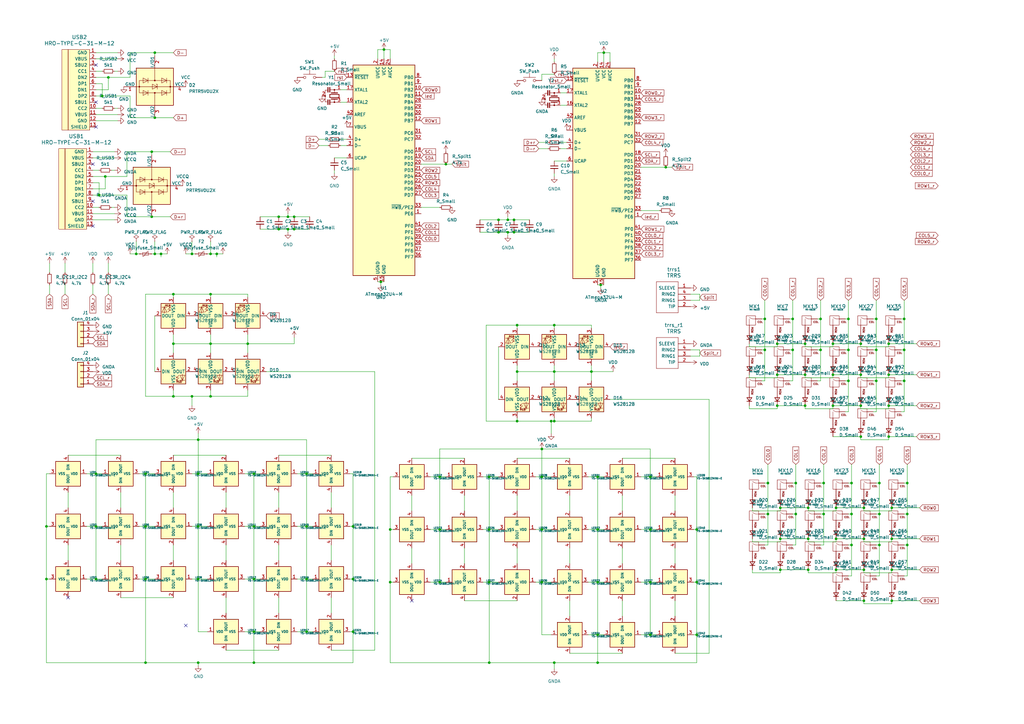
<source format=kicad_sch>
(kicad_sch (version 20210406) (generator eeschema)
  (paper "A3")
  (title_block (title "Corne Cherry") (date "2020-09-28") (rev "3.0.1") (company "foostan"))
  (junction (at 19.05 215.9) (diameter 0.9144))
  (junction (at 19.05 237.49) (diameter 0.9144))
  (junction (at 39.37 194.31) (diameter 0.9144))
  (junction (at 39.37 215.9) (diameter 0.9144))
  (junction (at 39.37 237.49) (diameter 0.9144))
  (junction (at 40.64 80.01) (diameter 0.9144))
  (junction (at 41.91 39.37) (diameter 0.9144))
  (junction (at 43.18 72.39) (diameter 0.9144))
  (junction (at 44.45 31.75) (diameter 0.9144))
  (junction (at 55.88 104.14) (diameter 0.9144))
  (junction (at 59.69 194.31) (diameter 0.9144))
  (junction (at 59.69 215.9) (diameter 0.9144))
  (junction (at 59.69 237.49) (diameter 0.9144))
  (junction (at 59.69 271.78) (diameter 0.9144))
  (junction (at 62.23 62.23) (diameter 0.9144))
  (junction (at 62.23 88.9) (diameter 0.9144))
  (junction (at 63.5 21.59) (diameter 0.9144))
  (junction (at 63.5 48.26) (diameter 0.9144))
  (junction (at 63.5 104.14) (diameter 0.9144))
  (junction (at 66.04 104.14) (diameter 0.9144))
  (junction (at 71.12 120.65) (diameter 0.9144))
  (junction (at 71.12 140.97) (diameter 0.9144))
  (junction (at 71.12 162.56) (diameter 0.9144))
  (junction (at 78.74 104.14) (diameter 0.9144))
  (junction (at 78.74 162.56) (diameter 0.9144))
  (junction (at 81.28 180.34) (diameter 0.9144))
  (junction (at 81.28 194.31) (diameter 0.9144))
  (junction (at 81.28 215.9) (diameter 0.9144))
  (junction (at 81.28 237.49) (diameter 0.9144))
  (junction (at 81.28 271.78) (diameter 0.9144))
  (junction (at 86.36 104.14) (diameter 0.9144))
  (junction (at 86.36 120.65) (diameter 0.9144))
  (junction (at 86.36 140.97) (diameter 0.9144))
  (junction (at 86.36 162.56) (diameter 0.9144))
  (junction (at 88.9 104.14) (diameter 0.9144))
  (junction (at 101.6 140.97) (diameter 0.9144))
  (junction (at 104.14 194.31) (diameter 0.9144))
  (junction (at 104.14 215.9) (diameter 0.9144))
  (junction (at 104.14 237.49) (diameter 0.9144))
  (junction (at 104.14 259.08) (diameter 0.9144))
  (junction (at 104.14 271.78) (diameter 0.9144))
  (junction (at 114.3 88.9) (diameter 0.9144))
  (junction (at 114.3 93.98) (diameter 0.9144))
  (junction (at 118.11 88.9) (diameter 0.9144))
  (junction (at 118.11 93.98) (diameter 0.9144))
  (junction (at 120.65 88.9) (diameter 0.9144))
  (junction (at 120.65 93.98) (diameter 0.9144))
  (junction (at 125.73 194.31) (diameter 0.9144))
  (junction (at 125.73 215.9) (diameter 0.9144))
  (junction (at 125.73 237.49) (diameter 0.9144))
  (junction (at 125.73 259.08) (diameter 0.9144))
  (junction (at 144.78 215.9) (diameter 0.9144))
  (junction (at 144.78 237.49) (diameter 0.9144))
  (junction (at 144.78 259.08) (diameter 0.9144))
  (junction (at 156.21 115.57) (diameter 0.9144))
  (junction (at 157.48 20.32) (diameter 0.9144))
  (junction (at 160.02 217.17) (diameter 0.9144))
  (junction (at 160.02 238.76) (diameter 0.9144))
  (junction (at 180.34 195.58) (diameter 0.9144))
  (junction (at 180.34 217.17) (diameter 0.9144))
  (junction (at 180.34 238.76) (diameter 0.9144))
  (junction (at 182.88 67.31) (diameter 0.9144))
  (junction (at 200.66 195.58) (diameter 0.9144))
  (junction (at 200.66 217.17) (diameter 0.9144))
  (junction (at 200.66 238.76) (diameter 0.9144))
  (junction (at 200.66 271.78) (diameter 0.9144))
  (junction (at 204.47 90.17) (diameter 0.9144))
  (junction (at 204.47 95.25) (diameter 0.9144))
  (junction (at 208.28 90.17) (diameter 0.9144))
  (junction (at 208.28 95.25) (diameter 0.9144))
  (junction (at 210.82 90.17) (diameter 0.9144))
  (junction (at 210.82 95.25) (diameter 0.9144))
  (junction (at 212.09 133.35) (diameter 0.9144))
  (junction (at 212.09 152.4) (diameter 0.9144))
  (junction (at 212.09 172.72) (diameter 0.9144))
  (junction (at 222.25 184.15) (diameter 0.9144))
  (junction (at 222.25 195.58) (diameter 0.9144))
  (junction (at 222.25 217.17) (diameter 0.9144))
  (junction (at 222.25 238.76) (diameter 0.9144))
  (junction (at 226.06 172.72) (diameter 0.9144))
  (junction (at 227.33 133.35) (diameter 0.9144))
  (junction (at 227.33 152.4) (diameter 0.9144))
  (junction (at 227.33 172.72) (diameter 0.9144))
  (junction (at 227.33 271.78) (diameter 0.9144))
  (junction (at 242.57 152.4) (diameter 0.9144))
  (junction (at 245.11 195.58) (diameter 0.9144))
  (junction (at 245.11 217.17) (diameter 0.9144))
  (junction (at 245.11 238.76) (diameter 0.9144))
  (junction (at 245.11 260.35) (diameter 0.9144))
  (junction (at 245.11 271.78) (diameter 0.9144))
  (junction (at 246.38 116.84) (diameter 0.9144))
  (junction (at 247.65 21.59) (diameter 0.9144))
  (junction (at 266.7 195.58) (diameter 0.9144))
  (junction (at 266.7 217.17) (diameter 0.9144))
  (junction (at 266.7 238.76) (diameter 0.9144))
  (junction (at 266.7 260.35) (diameter 0.9144))
  (junction (at 273.05 68.58) (diameter 0.9144))
  (junction (at 285.75 217.17) (diameter 0.9144))
  (junction (at 285.75 238.76) (diameter 0.9144))
  (junction (at 285.75 260.35) (diameter 0.9144))
  (junction (at 313.69 130.81) (diameter 0.9144))
  (junction (at 313.69 143.51) (diameter 0.9144))
  (junction (at 314.96 198.12) (diameter 0.9144))
  (junction (at 314.96 210.82) (diameter 0.9144))
  (junction (at 318.77 140.97) (diameter 0.9144))
  (junction (at 318.77 153.67) (diameter 0.9144))
  (junction (at 318.77 166.37) (diameter 0.9144))
  (junction (at 320.04 208.28) (diameter 0.9144))
  (junction (at 320.04 220.98) (diameter 0.9144))
  (junction (at 320.04 233.68) (diameter 0.9144))
  (junction (at 325.12 130.81) (diameter 0.9144))
  (junction (at 325.12 143.51) (diameter 0.9144))
  (junction (at 326.39 198.12) (diameter 0.9144))
  (junction (at 326.39 210.82) (diameter 0.9144))
  (junction (at 330.2 140.97) (diameter 0.9144))
  (junction (at 330.2 153.67) (diameter 0.9144))
  (junction (at 330.2 166.37) (diameter 0.9144))
  (junction (at 331.47 208.28) (diameter 0.9144))
  (junction (at 331.47 220.98) (diameter 0.9144))
  (junction (at 331.47 233.68) (diameter 0.9144))
  (junction (at 336.55 130.81) (diameter 0.9144))
  (junction (at 336.55 143.51) (diameter 0.9144))
  (junction (at 337.82 198.12) (diameter 0.9144))
  (junction (at 337.82 210.82) (diameter 0.9144))
  (junction (at 341.63 140.97) (diameter 0.9144))
  (junction (at 341.63 153.67) (diameter 0.9144))
  (junction (at 341.63 166.37) (diameter 0.9144))
  (junction (at 342.9 208.28) (diameter 0.9144))
  (junction (at 342.9 220.98) (diameter 0.9144))
  (junction (at 342.9 233.68) (diameter 0.9144))
  (junction (at 347.98 130.81) (diameter 0.9144))
  (junction (at 347.98 143.51) (diameter 0.9144))
  (junction (at 347.98 156.21) (diameter 0.9144))
  (junction (at 349.25 198.12) (diameter 0.9144))
  (junction (at 349.25 210.82) (diameter 0.9144))
  (junction (at 349.25 223.52) (diameter 0.9144))
  (junction (at 353.06 140.97) (diameter 0.9144))
  (junction (at 353.06 153.67) (diameter 0.9144))
  (junction (at 353.06 166.37) (diameter 0.9144))
  (junction (at 353.06 179.07) (diameter 0.9144))
  (junction (at 354.33 208.28) (diameter 0.9144))
  (junction (at 354.33 220.98) (diameter 0.9144))
  (junction (at 354.33 233.68) (diameter 0.9144))
  (junction (at 354.33 246.38) (diameter 0.9144))
  (junction (at 359.41 130.81) (diameter 0.9144))
  (junction (at 359.41 143.51) (diameter 0.9144))
  (junction (at 359.41 156.21) (diameter 0.9144))
  (junction (at 360.68 198.12) (diameter 0.9144))
  (junction (at 360.68 210.82) (diameter 0.9144))
  (junction (at 360.68 223.52) (diameter 0.9144))
  (junction (at 364.49 140.97) (diameter 0.9144))
  (junction (at 364.49 153.67) (diameter 0.9144))
  (junction (at 364.49 166.37) (diameter 0.9144))
  (junction (at 364.49 179.07) (diameter 0.9144))
  (junction (at 365.76 208.28) (diameter 0.9144))
  (junction (at 365.76 220.98) (diameter 0.9144))
  (junction (at 365.76 233.68) (diameter 0.9144))
  (junction (at 365.76 246.38) (diameter 0.9144))
  (junction (at 370.84 130.81) (diameter 0.9144))
  (junction (at 370.84 143.51) (diameter 0.9144))
  (junction (at 370.84 156.21) (diameter 0.9144))
  (junction (at 372.11 198.12) (diameter 0.9144))
  (junction (at 372.11 210.82) (diameter 0.9144))
  (junction (at 372.11 223.52) (diameter 0.9144))
  (no_connect (at 27.94 245.11))
  (no_connect (at 38.1 67.31))
  (no_connect (at 38.1 82.55))
  (no_connect (at 38.1 92.71))
  (no_connect (at 39.37 26.67))
  (no_connect (at 39.37 41.91))
  (no_connect (at 39.37 52.07))
  (no_connect (at 76.2 256.54))
  (no_connect (at 168.91 246.38))
  (wire (pts (xy 19.05 194.31) (xy 19.05 215.9)))
  (wire (pts (xy 19.05 215.9) (xy 19.05 237.49)))
  (wire (pts (xy 19.05 215.9) (xy 20.32 215.9)))
  (wire (pts (xy 19.05 237.49) (xy 19.05 271.78)))
  (wire (pts (xy 19.05 271.78) (xy 59.69 271.78)))
  (wire (pts (xy 20.32 107.95) (xy 20.32 111.76)))
  (wire (pts (xy 20.32 116.84) (xy 20.32 120.65)))
  (wire (pts (xy 20.32 194.31) (xy 19.05 194.31)))
  (wire (pts (xy 20.32 237.49) (xy 19.05 237.49)))
  (wire (pts (xy 26.67 107.95) (xy 26.67 111.76)))
  (wire (pts (xy 26.67 116.84) (xy 26.67 120.65)))
  (wire (pts (xy 27.94 201.93) (xy 27.94 208.28)))
  (wire (pts (xy 27.94 223.52) (xy 27.94 229.87)))
  (wire (pts (xy 35.56 194.31) (xy 39.37 194.31)))
  (wire (pts (xy 35.56 215.9) (xy 39.37 215.9)))
  (wire (pts (xy 35.56 237.49) (xy 39.37 237.49)))
  (wire (pts (xy 38.1 62.23) (xy 46.99 62.23)))
  (wire (pts (xy 38.1 64.77) (xy 46.99 64.77)))
  (wire (pts (xy 38.1 69.85) (xy 40.64 69.85)))
  (wire (pts (xy 38.1 72.39) (xy 43.18 72.39)))
  (wire (pts (xy 38.1 74.93) (xy 40.64 74.93)))
  (wire (pts (xy 38.1 77.47) (xy 43.18 77.47)))
  (wire (pts (xy 38.1 80.01) (xy 40.64 80.01)))
  (wire (pts (xy 38.1 85.09) (xy 40.64 85.09)))
  (wire (pts (xy 38.1 87.63) (xy 46.99 87.63)))
  (wire (pts (xy 38.1 90.17) (xy 46.99 90.17)))
  (wire (pts (xy 38.1 107.95) (xy 38.1 111.76)))
  (wire (pts (xy 38.1 116.84) (xy 38.1 120.65)))
  (wire (pts (xy 39.37 21.59) (xy 48.26 21.59)))
  (wire (pts (xy 39.37 24.13) (xy 48.26 24.13)))
  (wire (pts (xy 39.37 29.21) (xy 41.91 29.21)))
  (wire (pts (xy 39.37 31.75) (xy 44.45 31.75)))
  (wire (pts (xy 39.37 34.29) (xy 41.91 34.29)))
  (wire (pts (xy 39.37 36.83) (xy 44.45 36.83)))
  (wire (pts (xy 39.37 39.37) (xy 41.91 39.37)))
  (wire (pts (xy 39.37 44.45) (xy 41.91 44.45)))
  (wire (pts (xy 39.37 46.99) (xy 48.26 46.99)))
  (wire (pts (xy 39.37 49.53) (xy 48.26 49.53)))
  (wire (pts (xy 39.37 180.34) (xy 81.28 180.34)))
  (wire (pts (xy 39.37 194.31) (xy 39.37 180.34)))
  (wire (pts (xy 39.37 194.31) (xy 39.37 215.9)))
  (wire (pts (xy 39.37 194.31) (xy 41.91 194.31)))
  (wire (pts (xy 39.37 215.9) (xy 39.37 237.49)))
  (wire (pts (xy 39.37 215.9) (xy 41.91 215.9)))
  (wire (pts (xy 39.37 237.49) (xy 41.91 237.49)))
  (wire (pts (xy 40.64 74.93) (xy 40.64 80.01)))
  (wire (pts (xy 40.64 80.01) (xy 52.07 80.01)))
  (wire (pts (xy 41.91 34.29) (xy 41.91 39.37)))
  (wire (pts (xy 41.91 39.37) (xy 53.34 39.37)))
  (wire (pts (xy 43.18 72.39) (xy 52.07 72.39)))
  (wire (pts (xy 43.18 77.47) (xy 43.18 72.39)))
  (wire (pts (xy 44.45 31.75) (xy 53.34 31.75)))
  (wire (pts (xy 44.45 36.83) (xy 44.45 31.75)))
  (wire (pts (xy 44.45 107.95) (xy 44.45 111.76)))
  (wire (pts (xy 44.45 116.84) (xy 44.45 120.65)))
  (wire (pts (xy 45.72 69.85) (xy 46.99 69.85)))
  (wire (pts (xy 45.72 85.09) (xy 46.99 85.09)))
  (wire (pts (xy 46.99 29.21) (xy 48.26 29.21)))
  (wire (pts (xy 46.99 44.45) (xy 48.26 44.45)))
  (wire (pts (xy 49.53 186.69) (xy 27.94 186.69)))
  (wire (pts (xy 49.53 208.28) (xy 49.53 201.93)))
  (wire (pts (xy 49.53 229.87) (xy 49.53 223.52)))
  (wire (pts (xy 52.07 62.23) (xy 52.07 72.39)))
  (wire (pts (xy 52.07 62.23) (xy 62.23 62.23)))
  (wire (pts (xy 52.07 80.01) (xy 52.07 88.9)))
  (wire (pts (xy 52.07 88.9) (xy 62.23 88.9)))
  (wire (pts (xy 53.34 21.59) (xy 53.34 31.75)))
  (wire (pts (xy 53.34 21.59) (xy 63.5 21.59)))
  (wire (pts (xy 53.34 39.37) (xy 53.34 48.26)))
  (wire (pts (xy 53.34 48.26) (xy 63.5 48.26)))
  (wire (pts (xy 53.34 104.14) (xy 55.88 104.14)))
  (wire (pts (xy 55.88 99.06) (xy 55.88 104.14)))
  (wire (pts (xy 55.88 104.14) (xy 57.15 104.14)))
  (wire (pts (xy 57.15 194.31) (xy 59.69 194.31)))
  (wire (pts (xy 57.15 215.9) (xy 59.69 215.9)))
  (wire (pts (xy 57.15 237.49) (xy 59.69 237.49)))
  (wire (pts (xy 59.69 120.65) (xy 71.12 120.65)))
  (wire (pts (xy 59.69 162.56) (xy 59.69 120.65)))
  (wire (pts (xy 59.69 194.31) (xy 59.69 215.9)))
  (wire (pts (xy 59.69 194.31) (xy 63.5 194.31)))
  (wire (pts (xy 59.69 215.9) (xy 59.69 237.49)))
  (wire (pts (xy 59.69 215.9) (xy 63.5 215.9)))
  (wire (pts (xy 59.69 237.49) (xy 59.69 271.78)))
  (wire (pts (xy 59.69 237.49) (xy 63.5 237.49)))
  (wire (pts (xy 59.69 271.78) (xy 81.28 271.78)))
  (wire (pts (xy 62.23 62.23) (xy 62.23 63.5)))
  (wire (pts (xy 62.23 62.23) (xy 69.85 62.23)))
  (wire (pts (xy 62.23 88.9) (xy 69.85 88.9)))
  (wire (pts (xy 62.23 104.14) (xy 63.5 104.14)))
  (wire (pts (xy 63.5 21.59) (xy 63.5 22.86)))
  (wire (pts (xy 63.5 21.59) (xy 71.12 21.59)))
  (wire (pts (xy 63.5 48.26) (xy 71.12 48.26)))
  (wire (pts (xy 63.5 99.06) (xy 63.5 104.14)))
  (wire (pts (xy 63.5 104.14) (xy 66.04 104.14)))
  (wire (pts (xy 63.5 129.54) (xy 63.5 152.4)))
  (wire (pts (xy 66.04 104.14) (xy 66.04 105.41)))
  (wire (pts (xy 66.04 104.14) (xy 68.58 104.14)))
  (wire (pts (xy 71.12 120.65) (xy 71.12 121.92)))
  (wire (pts (xy 71.12 120.65) (xy 86.36 120.65)))
  (wire (pts (xy 71.12 137.16) (xy 71.12 140.97)))
  (wire (pts (xy 71.12 140.97) (xy 71.12 144.78)))
  (wire (pts (xy 71.12 140.97) (xy 86.36 140.97)))
  (wire (pts (xy 71.12 160.02) (xy 71.12 162.56)))
  (wire (pts (xy 71.12 162.56) (xy 59.69 162.56)))
  (wire (pts (xy 71.12 208.28) (xy 71.12 201.93)))
  (wire (pts (xy 71.12 223.52) (xy 71.12 229.87)))
  (wire (pts (xy 71.12 245.11) (xy 49.53 245.11)))
  (wire (pts (xy 76.2 104.14) (xy 78.74 104.14)))
  (wire (pts (xy 78.74 99.06) (xy 78.74 104.14)))
  (wire (pts (xy 78.74 104.14) (xy 80.01 104.14)))
  (wire (pts (xy 78.74 162.56) (xy 71.12 162.56)))
  (wire (pts (xy 78.74 162.56) (xy 78.74 166.37)))
  (wire (pts (xy 78.74 215.9) (xy 81.28 215.9)))
  (wire (pts (xy 78.74 237.49) (xy 81.28 237.49)))
  (wire (pts (xy 81.28 177.8) (xy 81.28 180.34)))
  (wire (pts (xy 81.28 180.34) (xy 81.28 194.31)))
  (wire (pts (xy 81.28 194.31) (xy 78.74 194.31)))
  (wire (pts (xy 81.28 194.31) (xy 81.28 215.9)))
  (wire (pts (xy 81.28 194.31) (xy 85.09 194.31)))
  (wire (pts (xy 81.28 215.9) (xy 81.28 237.49)))
  (wire (pts (xy 81.28 215.9) (xy 85.09 215.9)))
  (wire (pts (xy 81.28 237.49) (xy 81.28 259.08)))
  (wire (pts (xy 81.28 237.49) (xy 85.09 237.49)))
  (wire (pts (xy 81.28 259.08) (xy 85.09 259.08)))
  (wire (pts (xy 81.28 271.78) (xy 81.28 273.05)))
  (wire (pts (xy 85.09 104.14) (xy 86.36 104.14)))
  (wire (pts (xy 86.36 99.06) (xy 86.36 104.14)))
  (wire (pts (xy 86.36 104.14) (xy 88.9 104.14)))
  (wire (pts (xy 86.36 120.65) (xy 86.36 121.92)))
  (wire (pts (xy 86.36 120.65) (xy 101.6 120.65)))
  (wire (pts (xy 86.36 137.16) (xy 86.36 140.97)))
  (wire (pts (xy 86.36 140.97) (xy 86.36 144.78)))
  (wire (pts (xy 86.36 140.97) (xy 101.6 140.97)))
  (wire (pts (xy 86.36 162.56) (xy 78.74 162.56)))
  (wire (pts (xy 86.36 162.56) (xy 86.36 160.02)))
  (wire (pts (xy 88.9 104.14) (xy 88.9 105.41)))
  (wire (pts (xy 88.9 104.14) (xy 91.44 104.14)))
  (wire (pts (xy 92.71 186.69) (xy 71.12 186.69)))
  (wire (pts (xy 92.71 208.28) (xy 92.71 201.93)))
  (wire (pts (xy 92.71 229.87) (xy 92.71 223.52)))
  (wire (pts (xy 92.71 251.46) (xy 92.71 245.11)))
  (wire (pts (xy 100.33 194.31) (xy 104.14 194.31)))
  (wire (pts (xy 100.33 215.9) (xy 104.14 215.9)))
  (wire (pts (xy 100.33 237.49) (xy 104.14 237.49)))
  (wire (pts (xy 100.33 259.08) (xy 104.14 259.08)))
  (wire (pts (xy 101.6 120.65) (xy 101.6 121.92)))
  (wire (pts (xy 101.6 137.16) (xy 101.6 140.97)))
  (wire (pts (xy 101.6 140.97) (xy 101.6 144.78)))
  (wire (pts (xy 101.6 140.97) (xy 120.65 140.97)))
  (wire (pts (xy 101.6 160.02) (xy 101.6 162.56)))
  (wire (pts (xy 101.6 162.56) (xy 86.36 162.56)))
  (wire (pts (xy 104.14 194.31) (xy 104.14 215.9)))
  (wire (pts (xy 104.14 194.31) (xy 106.68 194.31)))
  (wire (pts (xy 104.14 215.9) (xy 104.14 237.49)))
  (wire (pts (xy 104.14 215.9) (xy 106.68 215.9)))
  (wire (pts (xy 104.14 237.49) (xy 104.14 259.08)))
  (wire (pts (xy 104.14 237.49) (xy 106.68 237.49)))
  (wire (pts (xy 104.14 259.08) (xy 104.14 271.78)))
  (wire (pts (xy 104.14 259.08) (xy 106.68 259.08)))
  (wire (pts (xy 104.14 271.78) (xy 81.28 271.78)))
  (wire (pts (xy 106.68 88.9) (xy 114.3 88.9)))
  (wire (pts (xy 106.68 93.98) (xy 114.3 93.98)))
  (wire (pts (xy 109.22 152.4) (xy 153.67 152.4)))
  (wire (pts (xy 114.3 88.9) (xy 118.11 88.9)))
  (wire (pts (xy 114.3 93.98) (xy 118.11 93.98)))
  (wire (pts (xy 114.3 201.93) (xy 114.3 208.28)))
  (wire (pts (xy 114.3 223.52) (xy 114.3 229.87)))
  (wire (pts (xy 114.3 245.11) (xy 114.3 251.46)))
  (wire (pts (xy 114.3 266.7) (xy 92.71 266.7)))
  (wire (pts (xy 118.11 87.63) (xy 118.11 88.9)))
  (wire (pts (xy 118.11 88.9) (xy 120.65 88.9)))
  (wire (pts (xy 118.11 93.98) (xy 118.11 95.25)))
  (wire (pts (xy 118.11 93.98) (xy 120.65 93.98)))
  (wire (pts (xy 120.65 88.9) (xy 127 88.9)))
  (wire (pts (xy 120.65 93.98) (xy 127 93.98)))
  (wire (pts (xy 120.65 138.43) (xy 120.65 140.97)))
  (wire (pts (xy 121.92 194.31) (xy 125.73 194.31)))
  (wire (pts (xy 121.92 215.9) (xy 125.73 215.9)))
  (wire (pts (xy 121.92 237.49) (xy 125.73 237.49)))
  (wire (pts (xy 121.92 259.08) (xy 125.73 259.08)))
  (wire (pts (xy 125.73 180.34) (xy 81.28 180.34)))
  (wire (pts (xy 125.73 194.31) (xy 125.73 180.34)))
  (wire (pts (xy 125.73 194.31) (xy 125.73 215.9)))
  (wire (pts (xy 125.73 194.31) (xy 128.27 194.31)))
  (wire (pts (xy 125.73 215.9) (xy 125.73 237.49)))
  (wire (pts (xy 125.73 215.9) (xy 128.27 215.9)))
  (wire (pts (xy 125.73 237.49) (xy 125.73 259.08)))
  (wire (pts (xy 125.73 237.49) (xy 128.27 237.49)))
  (wire (pts (xy 125.73 259.08) (xy 128.27 259.08)))
  (wire (pts (xy 130.81 57.15) (xy 134.62 57.15)))
  (wire (pts (xy 130.81 59.69) (xy 134.62 59.69)))
  (wire (pts (xy 132.08 31.75) (xy 133.35 31.75)))
  (wire (pts (xy 133.35 29.21) (xy 137.16 29.21)))
  (wire (pts (xy 133.35 31.75) (xy 133.35 29.21)))
  (wire (pts (xy 135.89 186.69) (xy 114.3 186.69)))
  (wire (pts (xy 135.89 201.93) (xy 135.89 208.28)))
  (wire (pts (xy 135.89 223.52) (xy 135.89 229.87)))
  (wire (pts (xy 135.89 245.11) (xy 135.89 251.46)))
  (wire (pts (xy 137.16 22.86) (xy 137.16 24.13)))
  (wire (pts (xy 137.16 64.77) (xy 142.24 64.77)))
  (wire (pts (xy 137.16 69.85) (xy 137.16 71.12)))
  (wire (pts (xy 139.7 36.83) (xy 142.24 36.83)))
  (wire (pts (xy 139.7 41.91) (xy 142.24 41.91)))
  (wire (pts (xy 139.7 57.15) (xy 142.24 57.15)))
  (wire (pts (xy 139.7 59.69) (xy 142.24 59.69)))
  (wire (pts (xy 143.51 194.31) (xy 144.78 194.31)))
  (wire (pts (xy 143.51 259.08) (xy 144.78 259.08)))
  (wire (pts (xy 144.78 194.31) (xy 144.78 215.9)))
  (wire (pts (xy 144.78 215.9) (xy 143.51 215.9)))
  (wire (pts (xy 144.78 215.9) (xy 144.78 237.49)))
  (wire (pts (xy 144.78 237.49) (xy 143.51 237.49)))
  (wire (pts (xy 144.78 237.49) (xy 144.78 259.08)))
  (wire (pts (xy 144.78 259.08) (xy 144.78 271.78)))
  (wire (pts (xy 144.78 271.78) (xy 104.14 271.78)))
  (wire (pts (xy 153.67 152.4) (xy 153.67 266.7)))
  (wire (pts (xy 153.67 266.7) (xy 135.89 266.7)))
  (wire (pts (xy 154.94 20.32) (xy 154.94 24.13)))
  (wire (pts (xy 154.94 20.32) (xy 157.48 20.32)))
  (wire (pts (xy 154.94 115.57) (xy 156.21 115.57)))
  (wire (pts (xy 156.21 115.57) (xy 156.21 116.84)))
  (wire (pts (xy 156.21 115.57) (xy 157.48 115.57)))
  (wire (pts (xy 157.48 20.32) (xy 157.48 24.13)))
  (wire (pts (xy 157.48 20.32) (xy 160.02 20.32)))
  (wire (pts (xy 160.02 20.32) (xy 160.02 24.13)))
  (wire (pts (xy 160.02 195.58) (xy 160.02 217.17)))
  (wire (pts (xy 160.02 217.17) (xy 160.02 238.76)))
  (wire (pts (xy 160.02 217.17) (xy 161.29 217.17)))
  (wire (pts (xy 160.02 238.76) (xy 160.02 271.78)))
  (wire (pts (xy 160.02 238.76) (xy 161.29 238.76)))
  (wire (pts (xy 160.02 271.78) (xy 200.66 271.78)))
  (wire (pts (xy 161.29 195.58) (xy 160.02 195.58)))
  (wire (pts (xy 168.91 187.96) (xy 190.5 187.96)))
  (wire (pts (xy 168.91 203.2) (xy 168.91 209.55)))
  (wire (pts (xy 168.91 224.79) (xy 168.91 231.14)))
  (wire (pts (xy 172.72 67.31) (xy 182.88 67.31)))
  (wire (pts (xy 172.72 85.09) (xy 180.34 85.09)))
  (wire (pts (xy 176.53 195.58) (xy 180.34 195.58)))
  (wire (pts (xy 176.53 217.17) (xy 180.34 217.17)))
  (wire (pts (xy 176.53 238.76) (xy 180.34 238.76)))
  (wire (pts (xy 180.34 184.15) (xy 222.25 184.15)))
  (wire (pts (xy 180.34 195.58) (xy 180.34 184.15)))
  (wire (pts (xy 180.34 195.58) (xy 180.34 217.17)))
  (wire (pts (xy 180.34 195.58) (xy 182.88 195.58)))
  (wire (pts (xy 180.34 217.17) (xy 180.34 238.76)))
  (wire (pts (xy 180.34 217.17) (xy 182.88 217.17)))
  (wire (pts (xy 180.34 238.76) (xy 182.88 238.76)))
  (wire (pts (xy 182.88 67.31) (xy 185.42 67.31)))
  (wire (pts (xy 190.5 203.2) (xy 190.5 209.55)))
  (wire (pts (xy 190.5 224.79) (xy 190.5 231.14)))
  (wire (pts (xy 190.5 246.38) (xy 212.09 246.38)))
  (wire (pts (xy 196.85 90.17) (xy 204.47 90.17)))
  (wire (pts (xy 196.85 95.25) (xy 204.47 95.25)))
  (wire (pts (xy 198.12 195.58) (xy 200.66 195.58)))
  (wire (pts (xy 198.12 217.17) (xy 200.66 217.17)))
  (wire (pts (xy 198.12 238.76) (xy 200.66 238.76)))
  (wire (pts (xy 199.39 133.35) (xy 199.39 172.72)))
  (wire (pts (xy 199.39 133.35) (xy 212.09 133.35)))
  (wire (pts (xy 200.66 195.58) (xy 200.66 217.17)))
  (wire (pts (xy 200.66 195.58) (xy 204.47 195.58)))
  (wire (pts (xy 200.66 217.17) (xy 200.66 238.76)))
  (wire (pts (xy 200.66 217.17) (xy 204.47 217.17)))
  (wire (pts (xy 200.66 238.76) (xy 200.66 271.78)))
  (wire (pts (xy 200.66 238.76) (xy 204.47 238.76)))
  (wire (pts (xy 200.66 271.78) (xy 227.33 271.78)))
  (wire (pts (xy 204.47 90.17) (xy 208.28 90.17)))
  (wire (pts (xy 204.47 95.25) (xy 208.28 95.25)))
  (wire (pts (xy 204.47 142.24) (xy 204.47 163.83)))
  (wire (pts (xy 208.28 88.9) (xy 208.28 90.17)))
  (wire (pts (xy 208.28 90.17) (xy 210.82 90.17)))
  (wire (pts (xy 208.28 95.25) (xy 208.28 96.52)))
  (wire (pts (xy 208.28 95.25) (xy 210.82 95.25)))
  (wire (pts (xy 210.82 90.17) (xy 217.17 90.17)))
  (wire (pts (xy 210.82 95.25) (xy 217.17 95.25)))
  (wire (pts (xy 212.09 133.35) (xy 212.09 134.62)))
  (wire (pts (xy 212.09 133.35) (xy 227.33 133.35)))
  (wire (pts (xy 212.09 149.86) (xy 212.09 152.4)))
  (wire (pts (xy 212.09 152.4) (xy 212.09 156.21)))
  (wire (pts (xy 212.09 152.4) (xy 227.33 152.4)))
  (wire (pts (xy 212.09 171.45) (xy 212.09 172.72)))
  (wire (pts (xy 212.09 172.72) (xy 199.39 172.72)))
  (wire (pts (xy 212.09 187.96) (xy 233.68 187.96)))
  (wire (pts (xy 212.09 203.2) (xy 212.09 209.55)))
  (wire (pts (xy 212.09 224.79) (xy 212.09 231.14)))
  (wire (pts (xy 219.71 195.58) (xy 222.25 195.58)))
  (wire (pts (xy 219.71 217.17) (xy 222.25 217.17)))
  (wire (pts (xy 219.71 238.76) (xy 222.25 238.76)))
  (wire (pts (xy 220.98 58.42) (xy 224.79 58.42)))
  (wire (pts (xy 220.98 60.96) (xy 224.79 60.96)))
  (wire (pts (xy 222.25 30.48) (xy 227.33 30.48)))
  (wire (pts (xy 222.25 33.02) (xy 222.25 30.48)))
  (wire (pts (xy 222.25 195.58) (xy 222.25 184.15)))
  (wire (pts (xy 222.25 195.58) (xy 222.25 217.17)))
  (wire (pts (xy 222.25 195.58) (xy 226.06 195.58)))
  (wire (pts (xy 222.25 217.17) (xy 222.25 238.76)))
  (wire (pts (xy 222.25 217.17) (xy 226.06 217.17)))
  (wire (pts (xy 222.25 238.76) (xy 222.25 260.35)))
  (wire (pts (xy 222.25 238.76) (xy 226.06 238.76)))
  (wire (pts (xy 222.25 260.35) (xy 226.06 260.35)))
  (wire (pts (xy 226.06 172.72) (xy 212.09 172.72)))
  (wire (pts (xy 226.06 172.72) (xy 226.06 177.8)))
  (wire (pts (xy 227.33 24.13) (xy 227.33 25.4)))
  (wire (pts (xy 227.33 66.04) (xy 232.41 66.04)))
  (wire (pts (xy 227.33 71.12) (xy 227.33 72.39)))
  (wire (pts (xy 227.33 133.35) (xy 227.33 134.62)))
  (wire (pts (xy 227.33 133.35) (xy 242.57 133.35)))
  (wire (pts (xy 227.33 149.86) (xy 227.33 152.4)))
  (wire (pts (xy 227.33 152.4) (xy 227.33 156.21)))
  (wire (pts (xy 227.33 152.4) (xy 242.57 152.4)))
  (wire (pts (xy 227.33 172.72) (xy 226.06 172.72)))
  (wire (pts (xy 227.33 172.72) (xy 227.33 171.45)))
  (wire (pts (xy 227.33 271.78) (xy 227.33 274.32)))
  (wire (pts (xy 229.87 38.1) (xy 232.41 38.1)))
  (wire (pts (xy 229.87 43.18) (xy 232.41 43.18)))
  (wire (pts (xy 229.87 58.42) (xy 232.41 58.42)))
  (wire (pts (xy 229.87 60.96) (xy 232.41 60.96)))
  (wire (pts (xy 233.68 203.2) (xy 233.68 209.55)))
  (wire (pts (xy 233.68 224.79) (xy 233.68 231.14)))
  (wire (pts (xy 233.68 246.38) (xy 233.68 252.73)))
  (wire (pts (xy 233.68 267.97) (xy 255.27 267.97)))
  (wire (pts (xy 241.3 195.58) (xy 245.11 195.58)))
  (wire (pts (xy 241.3 217.17) (xy 245.11 217.17)))
  (wire (pts (xy 241.3 238.76) (xy 245.11 238.76)))
  (wire (pts (xy 241.3 260.35) (xy 245.11 260.35)))
  (wire (pts (xy 242.57 133.35) (xy 242.57 134.62)))
  (wire (pts (xy 242.57 149.86) (xy 242.57 152.4)))
  (wire (pts (xy 242.57 152.4) (xy 242.57 156.21)))
  (wire (pts (xy 242.57 152.4) (xy 251.46 152.4)))
  (wire (pts (xy 242.57 171.45) (xy 242.57 172.72)))
  (wire (pts (xy 242.57 172.72) (xy 227.33 172.72)))
  (wire (pts (xy 245.11 21.59) (xy 245.11 25.4)))
  (wire (pts (xy 245.11 21.59) (xy 247.65 21.59)))
  (wire (pts (xy 245.11 116.84) (xy 246.38 116.84)))
  (wire (pts (xy 245.11 195.58) (xy 245.11 217.17)))
  (wire (pts (xy 245.11 195.58) (xy 247.65 195.58)))
  (wire (pts (xy 245.11 217.17) (xy 245.11 238.76)))
  (wire (pts (xy 245.11 217.17) (xy 247.65 217.17)))
  (wire (pts (xy 245.11 238.76) (xy 245.11 260.35)))
  (wire (pts (xy 245.11 238.76) (xy 247.65 238.76)))
  (wire (pts (xy 245.11 260.35) (xy 245.11 271.78)))
  (wire (pts (xy 245.11 260.35) (xy 247.65 260.35)))
  (wire (pts (xy 245.11 271.78) (xy 227.33 271.78)))
  (wire (pts (xy 246.38 116.84) (xy 246.38 118.11)))
  (wire (pts (xy 246.38 116.84) (xy 247.65 116.84)))
  (wire (pts (xy 247.65 21.59) (xy 247.65 25.4)))
  (wire (pts (xy 247.65 21.59) (xy 250.19 21.59)))
  (wire (pts (xy 250.19 21.59) (xy 250.19 25.4)))
  (wire (pts (xy 255.27 187.96) (xy 276.86 187.96)))
  (wire (pts (xy 255.27 203.2) (xy 255.27 209.55)))
  (wire (pts (xy 255.27 224.79) (xy 255.27 231.14)))
  (wire (pts (xy 255.27 246.38) (xy 255.27 252.73)))
  (wire (pts (xy 262.89 68.58) (xy 273.05 68.58)))
  (wire (pts (xy 262.89 86.36) (xy 270.51 86.36)))
  (wire (pts (xy 262.89 195.58) (xy 266.7 195.58)))
  (wire (pts (xy 262.89 217.17) (xy 266.7 217.17)))
  (wire (pts (xy 262.89 238.76) (xy 266.7 238.76)))
  (wire (pts (xy 262.89 260.35) (xy 266.7 260.35)))
  (wire (pts (xy 266.7 184.15) (xy 222.25 184.15)))
  (wire (pts (xy 266.7 195.58) (xy 266.7 184.15)))
  (wire (pts (xy 266.7 195.58) (xy 266.7 217.17)))
  (wire (pts (xy 266.7 195.58) (xy 269.24 195.58)))
  (wire (pts (xy 266.7 217.17) (xy 266.7 238.76)))
  (wire (pts (xy 266.7 217.17) (xy 269.24 217.17)))
  (wire (pts (xy 266.7 238.76) (xy 266.7 260.35)))
  (wire (pts (xy 266.7 238.76) (xy 269.24 238.76)))
  (wire (pts (xy 266.7 260.35) (xy 269.24 260.35)))
  (wire (pts (xy 273.05 68.58) (xy 275.59 68.58)))
  (wire (pts (xy 276.86 203.2) (xy 276.86 209.55)))
  (wire (pts (xy 276.86 224.79) (xy 276.86 231.14)))
  (wire (pts (xy 276.86 246.38) (xy 276.86 252.73)))
  (wire (pts (xy 276.86 267.97) (xy 290.83 267.97)))
  (wire (pts (xy 283.21 120.65) (xy 287.02 120.65)))
  (wire (pts (xy 283.21 123.19) (xy 287.02 123.19)))
  (wire (pts (xy 283.21 143.51) (xy 287.02 143.51)))
  (wire (pts (xy 283.21 146.05) (xy 287.02 146.05)))
  (wire (pts (xy 284.48 217.17) (xy 285.75 217.17)))
  (wire (pts (xy 284.48 260.35) (xy 285.75 260.35)))
  (wire (pts (xy 285.75 195.58) (xy 284.48 195.58)))
  (wire (pts (xy 285.75 217.17) (xy 285.75 195.58)))
  (wire (pts (xy 285.75 238.76) (xy 284.48 238.76)))
  (wire (pts (xy 285.75 238.76) (xy 285.75 217.17)))
  (wire (pts (xy 285.75 260.35) (xy 285.75 238.76)))
  (wire (pts (xy 285.75 260.35) (xy 285.75 271.78)))
  (wire (pts (xy 285.75 271.78) (xy 245.11 271.78)))
  (wire (pts (xy 287.02 120.65) (xy 287.02 123.19)))
  (wire (pts (xy 287.02 143.51) (xy 287.02 146.05)))
  (wire (pts (xy 290.83 163.83) (xy 250.19 163.83)))
  (wire (pts (xy 290.83 267.97) (xy 290.83 163.83)))
  (wire (pts (xy 307.34 140.97) (xy 307.34 142.24)))
  (wire (pts (xy 307.34 142.24) (xy 318.77 142.24)))
  (wire (pts (xy 307.34 153.67) (xy 307.34 154.94)))
  (wire (pts (xy 307.34 166.37) (xy 307.34 167.64)))
  (wire (pts (xy 307.34 167.64) (xy 318.77 167.64)))
  (wire (pts (xy 308.61 208.28) (xy 308.61 209.55)))
  (wire (pts (xy 308.61 209.55) (xy 320.04 209.55)))
  (wire (pts (xy 308.61 220.98) (xy 308.61 222.25)))
  (wire (pts (xy 308.61 233.68) (xy 308.61 234.95)))
  (wire (pts (xy 308.61 234.95) (xy 320.04 234.95)))
  (wire (pts (xy 312.42 130.81) (xy 313.69 130.81)))
  (wire (pts (xy 312.42 143.51) (xy 313.69 143.51)))
  (wire (pts (xy 312.42 156.21) (xy 313.69 156.21)))
  (wire (pts (xy 313.69 123.19) (xy 313.69 130.81)))
  (wire (pts (xy 313.69 130.81) (xy 313.69 143.51)))
  (wire (pts (xy 313.69 143.51) (xy 313.69 156.21)))
  (wire (pts (xy 313.69 198.12) (xy 314.96 198.12)))
  (wire (pts (xy 313.69 210.82) (xy 314.96 210.82)))
  (wire (pts (xy 313.69 223.52) (xy 314.96 223.52)))
  (wire (pts (xy 314.96 190.5) (xy 314.96 198.12)))
  (wire (pts (xy 314.96 198.12) (xy 314.96 210.82)))
  (wire (pts (xy 314.96 210.82) (xy 314.96 223.52)))
  (wire (pts (xy 318.77 140.97) (xy 330.2 140.97)))
  (wire (pts (xy 318.77 142.24) (xy 318.77 140.97)))
  (wire (pts (xy 318.77 153.67) (xy 318.77 154.94)))
  (wire (pts (xy 318.77 153.67) (xy 330.2 153.67)))
  (wire (pts (xy 318.77 154.94) (xy 307.34 154.94)))
  (wire (pts (xy 318.77 166.37) (xy 318.77 167.64)))
  (wire (pts (xy 318.77 166.37) (xy 330.2 166.37)))
  (wire (pts (xy 320.04 208.28) (xy 331.47 208.28)))
  (wire (pts (xy 320.04 209.55) (xy 320.04 208.28)))
  (wire (pts (xy 320.04 220.98) (xy 320.04 222.25)))
  (wire (pts (xy 320.04 220.98) (xy 331.47 220.98)))
  (wire (pts (xy 320.04 222.25) (xy 308.61 222.25)))
  (wire (pts (xy 320.04 233.68) (xy 320.04 234.95)))
  (wire (pts (xy 320.04 233.68) (xy 331.47 233.68)))
  (wire (pts (xy 323.85 130.81) (xy 325.12 130.81)))
  (wire (pts (xy 323.85 143.51) (xy 325.12 143.51)))
  (wire (pts (xy 323.85 156.21) (xy 325.12 156.21)))
  (wire (pts (xy 325.12 123.19) (xy 325.12 130.81)))
  (wire (pts (xy 325.12 130.81) (xy 325.12 143.51)))
  (wire (pts (xy 325.12 143.51) (xy 325.12 156.21)))
  (wire (pts (xy 325.12 198.12) (xy 326.39 198.12)))
  (wire (pts (xy 325.12 210.82) (xy 326.39 210.82)))
  (wire (pts (xy 325.12 223.52) (xy 326.39 223.52)))
  (wire (pts (xy 326.39 190.5) (xy 326.39 198.12)))
  (wire (pts (xy 326.39 198.12) (xy 326.39 210.82)))
  (wire (pts (xy 326.39 210.82) (xy 326.39 223.52)))
  (wire (pts (xy 330.2 140.97) (xy 330.2 142.24)))
  (wire (pts (xy 330.2 142.24) (xy 341.63 142.24)))
  (wire (pts (xy 330.2 153.67) (xy 330.2 154.94)))
  (wire (pts (xy 330.2 166.37) (xy 330.2 167.64)))
  (wire (pts (xy 330.2 167.64) (xy 341.63 167.64)))
  (wire (pts (xy 331.47 208.28) (xy 331.47 209.55)))
  (wire (pts (xy 331.47 209.55) (xy 342.9 209.55)))
  (wire (pts (xy 331.47 220.98) (xy 331.47 222.25)))
  (wire (pts (xy 331.47 233.68) (xy 331.47 234.95)))
  (wire (pts (xy 331.47 234.95) (xy 342.9 234.95)))
  (wire (pts (xy 335.28 130.81) (xy 336.55 130.81)))
  (wire (pts (xy 335.28 143.51) (xy 336.55 143.51)))
  (wire (pts (xy 335.28 156.21) (xy 336.55 156.21)))
  (wire (pts (xy 336.55 123.19) (xy 336.55 130.81)))
  (wire (pts (xy 336.55 130.81) (xy 336.55 143.51)))
  (wire (pts (xy 336.55 143.51) (xy 336.55 156.21)))
  (wire (pts (xy 336.55 198.12) (xy 337.82 198.12)))
  (wire (pts (xy 336.55 210.82) (xy 337.82 210.82)))
  (wire (pts (xy 336.55 223.52) (xy 337.82 223.52)))
  (wire (pts (xy 337.82 190.5) (xy 337.82 198.12)))
  (wire (pts (xy 337.82 198.12) (xy 337.82 210.82)))
  (wire (pts (xy 337.82 210.82) (xy 337.82 223.52)))
  (wire (pts (xy 341.63 140.97) (xy 341.63 142.24)))
  (wire (pts (xy 341.63 140.97) (xy 353.06 140.97)))
  (wire (pts (xy 341.63 153.67) (xy 341.63 154.94)))
  (wire (pts (xy 341.63 153.67) (xy 353.06 153.67)))
  (wire (pts (xy 341.63 154.94) (xy 330.2 154.94)))
  (wire (pts (xy 341.63 166.37) (xy 341.63 167.64)))
  (wire (pts (xy 341.63 166.37) (xy 353.06 166.37)))
  (wire (pts (xy 341.63 179.07) (xy 353.06 179.07)))
  (wire (pts (xy 342.9 208.28) (xy 342.9 209.55)))
  (wire (pts (xy 342.9 208.28) (xy 354.33 208.28)))
  (wire (pts (xy 342.9 220.98) (xy 342.9 222.25)))
  (wire (pts (xy 342.9 220.98) (xy 354.33 220.98)))
  (wire (pts (xy 342.9 222.25) (xy 331.47 222.25)))
  (wire (pts (xy 342.9 233.68) (xy 342.9 234.95)))
  (wire (pts (xy 342.9 233.68) (xy 354.33 233.68)))
  (wire (pts (xy 342.9 246.38) (xy 354.33 246.38)))
  (wire (pts (xy 346.71 130.81) (xy 347.98 130.81)))
  (wire (pts (xy 346.71 143.51) (xy 347.98 143.51)))
  (wire (pts (xy 346.71 156.21) (xy 347.98 156.21)))
  (wire (pts (xy 346.71 168.91) (xy 347.98 168.91)))
  (wire (pts (xy 347.98 123.19) (xy 347.98 130.81)))
  (wire (pts (xy 347.98 130.81) (xy 347.98 143.51)))
  (wire (pts (xy 347.98 143.51) (xy 347.98 156.21)))
  (wire (pts (xy 347.98 168.91) (xy 347.98 156.21)))
  (wire (pts (xy 347.98 198.12) (xy 349.25 198.12)))
  (wire (pts (xy 347.98 210.82) (xy 349.25 210.82)))
  (wire (pts (xy 347.98 223.52) (xy 349.25 223.52)))
  (wire (pts (xy 347.98 236.22) (xy 349.25 236.22)))
  (wire (pts (xy 349.25 190.5) (xy 349.25 198.12)))
  (wire (pts (xy 349.25 198.12) (xy 349.25 210.82)))
  (wire (pts (xy 349.25 210.82) (xy 349.25 223.52)))
  (wire (pts (xy 349.25 236.22) (xy 349.25 223.52)))
  (wire (pts (xy 353.06 140.97) (xy 353.06 142.24)))
  (wire (pts (xy 353.06 142.24) (xy 364.49 142.24)))
  (wire (pts (xy 353.06 153.67) (xy 353.06 154.94)))
  (wire (pts (xy 353.06 166.37) (xy 353.06 167.64)))
  (wire (pts (xy 353.06 167.64) (xy 364.49 167.64)))
  (wire (pts (xy 353.06 179.07) (xy 353.06 180.34)))
  (wire (pts (xy 354.33 208.28) (xy 354.33 209.55)))
  (wire (pts (xy 354.33 209.55) (xy 365.76 209.55)))
  (wire (pts (xy 354.33 220.98) (xy 354.33 222.25)))
  (wire (pts (xy 354.33 233.68) (xy 354.33 234.95)))
  (wire (pts (xy 354.33 234.95) (xy 365.76 234.95)))
  (wire (pts (xy 354.33 246.38) (xy 354.33 247.65)))
  (wire (pts (xy 358.14 130.81) (xy 359.41 130.81)))
  (wire (pts (xy 358.14 143.51) (xy 359.41 143.51)))
  (wire (pts (xy 358.14 156.21) (xy 359.41 156.21)))
  (wire (pts (xy 358.14 168.91) (xy 359.41 168.91)))
  (wire (pts (xy 359.41 123.19) (xy 359.41 130.81)))
  (wire (pts (xy 359.41 130.81) (xy 359.41 143.51)))
  (wire (pts (xy 359.41 143.51) (xy 359.41 156.21)))
  (wire (pts (xy 359.41 156.21) (xy 359.41 168.91)))
  (wire (pts (xy 359.41 198.12) (xy 360.68 198.12)))
  (wire (pts (xy 359.41 210.82) (xy 360.68 210.82)))
  (wire (pts (xy 359.41 223.52) (xy 360.68 223.52)))
  (wire (pts (xy 359.41 236.22) (xy 360.68 236.22)))
  (wire (pts (xy 360.68 190.5) (xy 360.68 198.12)))
  (wire (pts (xy 360.68 198.12) (xy 360.68 210.82)))
  (wire (pts (xy 360.68 210.82) (xy 360.68 223.52)))
  (wire (pts (xy 360.68 223.52) (xy 360.68 236.22)))
  (wire (pts (xy 364.49 140.97) (xy 364.49 142.24)))
  (wire (pts (xy 364.49 140.97) (xy 375.92 140.97)))
  (wire (pts (xy 364.49 153.67) (xy 364.49 154.94)))
  (wire (pts (xy 364.49 153.67) (xy 375.92 153.67)))
  (wire (pts (xy 364.49 154.94) (xy 353.06 154.94)))
  (wire (pts (xy 364.49 166.37) (xy 364.49 167.64)))
  (wire (pts (xy 364.49 166.37) (xy 375.92 166.37)))
  (wire (pts (xy 364.49 179.07) (xy 364.49 180.34)))
  (wire (pts (xy 364.49 179.07) (xy 375.92 179.07)))
  (wire (pts (xy 364.49 180.34) (xy 353.06 180.34)))
  (wire (pts (xy 365.76 208.28) (xy 365.76 209.55)))
  (wire (pts (xy 365.76 208.28) (xy 377.19 208.28)))
  (wire (pts (xy 365.76 220.98) (xy 365.76 222.25)))
  (wire (pts (xy 365.76 220.98) (xy 377.19 220.98)))
  (wire (pts (xy 365.76 222.25) (xy 354.33 222.25)))
  (wire (pts (xy 365.76 233.68) (xy 365.76 234.95)))
  (wire (pts (xy 365.76 233.68) (xy 377.19 233.68)))
  (wire (pts (xy 365.76 246.38) (xy 365.76 247.65)))
  (wire (pts (xy 365.76 246.38) (xy 377.19 246.38)))
  (wire (pts (xy 365.76 247.65) (xy 354.33 247.65)))
  (wire (pts (xy 369.57 130.81) (xy 370.84 130.81)))
  (wire (pts (xy 369.57 143.51) (xy 370.84 143.51)))
  (wire (pts (xy 369.57 156.21) (xy 370.84 156.21)))
  (wire (pts (xy 369.57 168.91) (xy 370.84 168.91)))
  (wire (pts (xy 370.84 123.19) (xy 370.84 130.81)))
  (wire (pts (xy 370.84 143.51) (xy 370.84 130.81)))
  (wire (pts (xy 370.84 156.21) (xy 370.84 143.51)))
  (wire (pts (xy 370.84 168.91) (xy 370.84 156.21)))
  (wire (pts (xy 370.84 198.12) (xy 372.11 198.12)))
  (wire (pts (xy 370.84 210.82) (xy 372.11 210.82)))
  (wire (pts (xy 370.84 223.52) (xy 372.11 223.52)))
  (wire (pts (xy 370.84 236.22) (xy 372.11 236.22)))
  (wire (pts (xy 372.11 190.5) (xy 372.11 198.12)))
  (wire (pts (xy 372.11 210.82) (xy 372.11 198.12)))
  (wire (pts (xy 372.11 223.52) (xy 372.11 210.82)))
  (wire (pts (xy 372.11 236.22) (xy 372.11 223.52)))
  (global_label "SDA" (shape input) (at 20.32 120.65 270) (property "Intersheet References" "${INTERSHEET_REFS}" (effects hide)))
  (global_label "SCL" (shape input) (at 26.67 120.65 270) (property "Intersheet References" "${INTERSHEET_REFS}" (effects hide)))
  (global_label "SDA_r" (shape input) (at 38.1 120.65 270) (property "Intersheet References" "${INTERSHEET_REFS}" (effects hide)))
  (global_label "SCL" (shape input) (at 38.1 138.43 0) (property "Intersheet References" "${INTERSHEET_REFS}" (effects hide)))
  (global_label "SDA" (shape input) (at 38.1 140.97 0) (property "Intersheet References" "${INTERSHEET_REFS}" (effects hide)))
  (global_label "SCL_r" (shape input) (at 38.1 154.94 0) (property "Intersheet References" "${INTERSHEET_REFS}" (effects hide)))
  (global_label "SDA_r" (shape input) (at 38.1 157.48 0) (property "Intersheet References" "${INTERSHEET_REFS}" (effects hide)))
  (global_label "SCL_r" (shape input) (at 44.45 120.65 270) (property "Intersheet References" "${INTERSHEET_REFS}" (effects hide)))
  (global_label "D-r" (shape input) (at 69.85 62.23 0) (property "Intersheet References" "${INTERSHEET_REFS}" (effects hide)))
  (global_label "D+r" (shape input) (at 69.85 88.9 0) (property "Intersheet References" "${INTERSHEET_REFS}" (effects hide)))
  (global_label "D-" (shape input) (at 71.12 21.59 0) (property "Intersheet References" "${INTERSHEET_REFS}" (effects hide)))
  (global_label "D+" (shape input) (at 71.12 48.26 0) (property "Intersheet References" "${INTERSHEET_REFS}" (effects hide)))
  (global_label "led" (shape input) (at 109.22 129.54 0) (property "Intersheet References" "${INTERSHEET_REFS}" (effects hide)))
  (global_label "D+" (shape input) (at 130.81 57.15 180) (property "Intersheet References" "${INTERSHEET_REFS}" (effects hide)))
  (global_label "D-" (shape input) (at 130.81 59.69 180) (property "Intersheet References" "${INTERSHEET_REFS}" (effects hide)))
  (global_label "rst" (shape input) (at 137.16 29.21 0) (property "Intersheet References" "${INTERSHEET_REFS}" (effects hide)))
  (global_label "rst" (shape input) (at 142.24 31.75 180) (property "Intersheet References" "${INTERSHEET_REFS}" (effects hide)))
  (global_label "ROW0" (shape input) (at 172.72 36.83 0) (property "Intersheet References" "${INTERSHEET_REFS}" (effects hide)))
  (global_label "led" (shape input) (at 172.72 39.37 0) (property "Intersheet References" "${INTERSHEET_REFS}" (effects hide)))
  (global_label "ROW1" (shape input) (at 172.72 49.53 0) (property "Intersheet References" "${INTERSHEET_REFS}" (effects hide)))
  (global_label "SCL" (shape input) (at 172.72 62.23 0) (property "Intersheet References" "${INTERSHEET_REFS}" (effects hide)))
  (global_label "SDA" (shape input) (at 172.72 64.77 0) (property "Intersheet References" "${INTERSHEET_REFS}" (effects hide)))
  (global_label "ROW2" (shape input) (at 172.72 69.85 0) (property "Intersheet References" "${INTERSHEET_REFS}" (effects hide)))
  (global_label "COL5" (shape input) (at 172.72 72.39 0) (property "Intersheet References" "${INTERSHEET_REFS}" (effects hide)))
  (global_label "ROW3" (shape input) (at 172.72 74.93 0) (property "Intersheet References" "${INTERSHEET_REFS}" (effects hide)))
  (global_label "COL4" (shape input) (at 172.72 77.47 0) (property "Intersheet References" "${INTERSHEET_REFS}" (effects hide)))
  (global_label "COL3" (shape input) (at 172.72 80.01 0) (property "Intersheet References" "${INTERSHEET_REFS}" (effects hide)))
  (global_label "COL2" (shape input) (at 172.72 92.71 0) (property "Intersheet References" "${INTERSHEET_REFS}" (effects hide)))
  (global_label "COL1" (shape input) (at 172.72 95.25 0) (property "Intersheet References" "${INTERSHEET_REFS}" (effects hide)))
  (global_label "COL0" (shape input) (at 172.72 97.79 0) (property "Intersheet References" "${INTERSHEET_REFS}" (effects hide)))
  (global_label "Split" (shape input) (at 185.42 67.31 0) (property "Intersheet References" "${INTERSHEET_REFS}" (effects hide)))
  (global_label "D+r" (shape input) (at 220.98 58.42 180) (property "Intersheet References" "${INTERSHEET_REFS}" (effects hide)))
  (global_label "D-r" (shape input) (at 220.98 60.96 180) (property "Intersheet References" "${INTERSHEET_REFS}" (effects hide)))
  (global_label "rst_r" (shape input) (at 227.33 30.48 0) (property "Intersheet References" "${INTERSHEET_REFS}" (effects hide)))
  (global_label "rst_r" (shape input) (at 232.41 33.02 180) (property "Intersheet References" "${INTERSHEET_REFS}" (effects hide)))
  (global_label "led_r" (shape input) (at 250.19 142.24 0) (property "Intersheet References" "${INTERSHEET_REFS}" (effects hide)))
  (global_label "ROW0_r" (shape input) (at 262.89 38.1 0) (property "Intersheet References" "${INTERSHEET_REFS}" (effects hide)))
  (global_label "COL5_r" (shape input) (at 262.89 40.64 0) (property "Intersheet References" "${INTERSHEET_REFS}" (effects hide)))
  (global_label "ROW3_r" (shape input) (at 262.89 48.26 0) (property "Intersheet References" "${INTERSHEET_REFS}" (effects hide)))
  (global_label "ROW2_r" (shape input) (at 262.89 55.88 0) (property "Intersheet References" "${INTERSHEET_REFS}" (effects hide)))
  (global_label "COL4_r" (shape input) (at 262.89 58.42 0) (property "Intersheet References" "${INTERSHEET_REFS}" (effects hide)))
  (global_label "SCL_r" (shape input) (at 262.89 63.5 0) (property "Intersheet References" "${INTERSHEET_REFS}" (effects hide)))
  (global_label "SDA_r" (shape input) (at 262.89 66.04 0) (property "Intersheet References" "${INTERSHEET_REFS}" (effects hide)))
  (global_label "led_r" (shape input) (at 262.89 88.9 0) (property "Intersheet References" "${INTERSHEET_REFS}" (effects hide)))
  (global_label "ROW1_r" (shape input) (at 262.89 93.98 0) (property "Intersheet References" "${INTERSHEET_REFS}" (effects hide)))
  (global_label "COL0_r" (shape input) (at 262.89 96.52 0) (property "Intersheet References" "${INTERSHEET_REFS}" (effects hide)))
  (global_label "COL1_r" (shape input) (at 262.89 99.06 0) (property "Intersheet References" "${INTERSHEET_REFS}" (effects hide)))
  (global_label "COL2_r" (shape input) (at 262.89 101.6 0) (property "Intersheet References" "${INTERSHEET_REFS}" (effects hide)))
  (global_label "COL3_r" (shape input) (at 262.89 104.14 0) (property "Intersheet References" "${INTERSHEET_REFS}" (effects hide)))
  (global_label "Split_r" (shape input) (at 275.59 68.58 0) (property "Intersheet References" "${INTERSHEET_REFS}" (effects hide)))
  (global_label "Split" (shape input) (at 287.02 121.92 0) (property "Intersheet References" "${INTERSHEET_REFS}" (effects hide)))
  (global_label "Split_r" (shape input) (at 287.02 144.78 0) (property "Intersheet References" "${INTERSHEET_REFS}" (effects hide)))
  (global_label "COL0_r" (shape input) (at 313.69 123.19 90) (property "Intersheet References" "${INTERSHEET_REFS}" (effects hide)))
  (global_label "COL0" (shape input) (at 314.96 190.5 90) (property "Intersheet References" "${INTERSHEET_REFS}" (effects hide)))
  (global_label "COL1_r" (shape input) (at 325.12 123.19 90) (property "Intersheet References" "${INTERSHEET_REFS}" (effects hide)))
  (global_label "COL1" (shape input) (at 326.39 190.5 90) (property "Intersheet References" "${INTERSHEET_REFS}" (effects hide)))
  (global_label "COL2_r" (shape input) (at 336.55 123.19 90) (property "Intersheet References" "${INTERSHEET_REFS}" (effects hide)))
  (global_label "COL2" (shape input) (at 337.82 190.5 90) (property "Intersheet References" "${INTERSHEET_REFS}" (effects hide)))
  (global_label "COL3_r" (shape input) (at 347.98 123.19 90) (property "Intersheet References" "${INTERSHEET_REFS}" (effects hide)))
  (global_label "COL3" (shape input) (at 349.25 190.5 90) (property "Intersheet References" "${INTERSHEET_REFS}" (effects hide)))
  (global_label "COL4_r" (shape input) (at 359.41 123.19 90) (property "Intersheet References" "${INTERSHEET_REFS}" (effects hide)))
  (global_label "COL4" (shape input) (at 360.68 190.5 90) (property "Intersheet References" "${INTERSHEET_REFS}" (effects hide)))
  (global_label "COL5_r" (shape input) (at 370.84 123.19 90) (property "Intersheet References" "${INTERSHEET_REFS}" (effects hide)))
  (global_label "COL5" (shape input) (at 372.11 190.5 90) (property "Intersheet References" "${INTERSHEET_REFS}" (effects hide)))
  (global_label "ROW3_r" (shape input) (at 373.38 55.88 0) (property "Intersheet References" "${INTERSHEET_REFS}" (effects hide)))
  (global_label "ROW2_r" (shape input) (at 373.38 58.42 0) (property "Intersheet References" "${INTERSHEET_REFS}" (effects hide)))
  (global_label "COL4_r" (shape input) (at 373.38 60.96 0) (property "Intersheet References" "${INTERSHEET_REFS}" (effects hide)))
  (global_label "COL3_r" (shape input) (at 373.38 63.5 0) (property "Intersheet References" "${INTERSHEET_REFS}" (effects hide)))
  (global_label "COL2_r" (shape input) (at 373.38 66.04 0) (property "Intersheet References" "${INTERSHEET_REFS}" (effects hide)))
  (global_label "COL1_r" (shape input) (at 373.38 68.58 0) (property "Intersheet References" "${INTERSHEET_REFS}" (effects hide)))
  (global_label "COL0_r" (shape input) (at 373.38 71.12 0) (property "Intersheet References" "${INTERSHEET_REFS}" (effects hide)))
  (global_label "ROW0_r" (shape input) (at 375.92 140.97 0) (property "Intersheet References" "${INTERSHEET_REFS}" (effects hide)))
  (global_label "ROW1_r" (shape input) (at 375.92 153.67 0) (property "Intersheet References" "${INTERSHEET_REFS}" (effects hide)))
  (global_label "ROW2_r" (shape input) (at 375.92 166.37 0) (property "Intersheet References" "${INTERSHEET_REFS}" (effects hide)))
  (global_label "ROW3_r" (shape input) (at 375.92 179.07 0) (property "Intersheet References" "${INTERSHEET_REFS}" (effects hide)))
  (global_label "ROW0" (shape input) (at 377.19 208.28 0) (property "Intersheet References" "${INTERSHEET_REFS}" (effects hide)))
  (global_label "ROW1" (shape input) (at 377.19 220.98 0) (property "Intersheet References" "${INTERSHEET_REFS}" (effects hide)))
  (global_label "ROW2" (shape input) (at 377.19 233.68 0) (property "Intersheet References" "${INTERSHEET_REFS}" (effects hide)))
  (global_label "ROW3" (shape input) (at 377.19 246.38 0) (property "Intersheet References" "${INTERSHEET_REFS}" (effects hide)))
  (global_label "ROW1_r" (shape input) (at 384.81 76.2 180) (property "Intersheet References" "${INTERSHEET_REFS}" (effects hide)))
  (global_label "COL5_r" (shape input) (at 384.81 96.52 180) (property "Intersheet References" "${INTERSHEET_REFS}" (effects hide)))
  (global_label "ROW0_r" (shape input) (at 384.81 99.06 180) (property "Intersheet References" "${INTERSHEET_REFS}" (effects hide)))
  (symbol (lib_id "power:+5V") (at 20.32 107.95 0) (unit 1)
    (property "Reference" "#PWR0107" (effects hide))
    (property "Value" "+5V" (at 20.32 104.14 0))
  )
  (symbol (lib_id "power:+5V") (at 26.67 107.95 0) (unit 1)
    (property "Reference" "#PWR0108" (effects hide))
    (property "Value" "+5V" (at 26.67 104.14 0))
  )
  (symbol (lib_id "power:VDD") (at 38.1 107.95 0) (unit 1)
    (property "Reference" "#PWR0109" (effects hide))
    (property "Value" "VDD" (at 38.1 104.14 0))
  )
  (symbol (lib_id "power:+5V") (at 38.1 135.89 270) (unit 1)
    (property "Reference" "#PWR0111" (effects hide))
    (property "Value" "+5V" (at 41.91 136.5249 90) (effects (justify left)))
  )
  (symbol (lib_id "power:VDD") (at 38.1 152.4 270) (unit 1)
    (property "Reference" "#PWR0129" (effects hide))
    (property "Value" "VDD" (at 41.91 153.0349 90) (effects (justify left)))
  )
  (symbol (lib_id "power:VDD") (at 44.45 107.95 0) (unit 1)
    (property "Reference" "#PWR0110" (effects hide))
    (property "Value" "VDD" (at 44.45 104.14 0))
  )
  (symbol (lib_id "power:VCCQ") (at 46.99 64.77 270) (unit 1)
    (property "Reference" "#PWR0139" (effects hide))
    (property "Value" "VCCQ" (at 50.8 65.4049 90) (effects (justify left)))
  )
  (symbol (lib_id "power:VCCQ") (at 46.99 87.63 270) (unit 1)
    (property "Reference" "#PWR0134" (effects hide))
    (property "Value" "VCCQ" (at 50.8 88.2649 90) (effects (justify left)))
  )
  (symbol (lib_id "power:VCC") (at 48.26 24.13 270) (unit 1)
    (property "Reference" "#PWR0118" (effects hide))
    (property "Value" "VCC" (at 52.07 24.7649 90) (effects (justify left)))
  )
  (symbol (lib_id "power:VCC") (at 48.26 46.99 270) (unit 1)
    (property "Reference" "#PWR0119" (effects hide))
    (property "Value" "VCC" (at 52.07 47.6249 90) (effects (justify left)))
  )
  (symbol (lib_id "power:VCC") (at 53.34 104.14 0) (unit 1)
    (property "Reference" "#PWR0136" (effects hide))
    (property "Value" "VCC" (at 53.34 100.33 0))
  )
  (symbol (lib_id "power:+5V") (at 68.58 104.14 0) (unit 1)
    (property "Reference" "#PWR0145" (effects hide))
    (property "Value" "+5V" (at 68.58 100.33 0))
  )
  (symbol (lib_id "power:VCCQ") (at 74.93 76.2 0) (unit 1)
    (property "Reference" "#PWR0142" (effects hide))
    (property "Value" "VCCQ" (at 74.93 72.39 0))
  )
  (symbol (lib_id "power:VCC") (at 76.2 35.56 0) (unit 1)
    (property "Reference" "#PWR0115" (effects hide))
    (property "Value" "VCC" (at 76.2 31.75 0))
  )
  (symbol (lib_id "power:VCCQ") (at 76.2 104.14 0) (unit 1)
    (property "Reference" "#PWR0143" (effects hide))
    (property "Value" "VCCQ" (at 76.2 100.33 0))
  )
  (symbol (lib_id "power:+5V") (at 81.28 177.8 0) (unit 1)
    (property "Reference" "#PWR0103" (effects hide))
    (property "Value" "+5V" (at 81.28 173.99 0))
  )
  (symbol (lib_id "power:VDD") (at 91.44 104.14 0) (unit 1)
    (property "Reference" "#PWR0130" (effects hide))
    (property "Value" "VDD" (at 91.44 100.33 0))
  )
  (symbol (lib_id "power:+5V") (at 118.11 87.63 0) (unit 1)
    (property "Reference" "#PWR0162" (effects hide))
    (property "Value" "+5V" (at 118.11 83.82 0))
  )
  (symbol (lib_id "power:+5V") (at 120.65 138.43 0) (unit 1)
    (property "Reference" "#PWR0104" (effects hide))
    (property "Value" "+5V" (at 120.65 134.62 0))
  )
  (symbol (lib_id "power:+5V") (at 137.16 22.86 0) (unit 1)
    (property "Reference" "#PWR0148" (effects hide))
    (property "Value" "+5V" (at 137.16 19.05 0))
  )
  (symbol (lib_id "power:+5V") (at 142.24 52.07 0) (unit 1)
    (property "Reference" "#PWR0161" (effects hide))
    (property "Value" "+5V" (at 142.24 48.26 0))
  )
  (symbol (lib_id "power:+5V") (at 157.48 20.32 0) (unit 1)
    (property "Reference" "#PWR0132" (effects hide))
    (property "Value" "+5V" (at 157.48 16.51 0))
  )
  (symbol (lib_id "power:+5V") (at 182.88 62.23 0) (unit 1)
    (property "Reference" "#PWR0155" (effects hide))
    (property "Value" "+5V" (at 182.88 58.42 0))
  )
  (symbol (lib_id "power:VDD") (at 208.28 88.9 0) (unit 1)
    (property "Reference" "#PWR0153" (effects hide))
    (property "Value" "VDD" (at 208.28 85.09 0))
  )
  (symbol (lib_id "power:VDD") (at 222.25 184.15 0) (unit 1)
    (property "Reference" "#PWR0149" (effects hide))
    (property "Value" "VDD" (at 222.25 180.34 0))
  )
  (symbol (lib_id "power:VDD") (at 227.33 24.13 0) (unit 1)
    (property "Reference" "#PWR0122" (effects hide))
    (property "Value" "VDD" (at 227.33 20.32 0))
  )
  (symbol (lib_id "power:VDD") (at 232.41 53.34 0) (unit 1)
    (property "Reference" "#PWR0126" (effects hide))
    (property "Value" "VDD" (at 232.41 49.53 0))
  )
  (symbol (lib_id "power:VDD") (at 247.65 21.59 0) (unit 1)
    (property "Reference" "#PWR0128" (effects hide))
    (property "Value" "VDD" (at 247.65 17.78 0))
  )
  (symbol (lib_id "power:VDD") (at 251.46 152.4 0) (unit 1)
    (property "Reference" "#PWR0157" (effects hide))
    (property "Value" "VDD" (at 251.46 148.59 0))
  )
  (symbol (lib_id "power:VDD") (at 273.05 63.5 0) (unit 1)
    (property "Reference" "#PWR0124" (effects hide))
    (property "Value" "VDD" (at 273.05 59.69 0))
  )
  (symbol (lib_id "power:+5V") (at 283.21 125.73 270) (unit 1)
    (property "Reference" "#PWR0120" (effects hide))
    (property "Value" "+5V" (at 287.02 126.3649 90) (effects (justify left)))
  )
  (symbol (lib_id "power:VDD") (at 283.21 148.59 270) (unit 1)
    (property "Reference" "#PWR0112" (effects hide))
    (property "Value" "VDD" (at 287.02 149.2249 90) (effects (justify left)))
  )
  (symbol (lib_id "power:PWR_FLAG") (at 55.88 99.06 0) (unit 1)
    (property "Reference" "#FLG0102" (effects hide))
    (property "Value" "PWR_FLAG" (at 55.88 95.25 0))
  )
  (symbol (lib_id "power:PWR_FLAG") (at 63.5 99.06 0) (unit 1)
    (property "Reference" "#FLG0101" (effects hide))
    (property "Value" "PWR_FLAG" (at 63.5 95.25 0))
  )
  (symbol (lib_id "power:PWR_FLAG") (at 78.74 99.06 0) (unit 1)
    (property "Reference" "#FLG0103" (effects hide))
    (property "Value" "PWR_FLAG" (at 78.74 95.25 0))
  )
  (symbol (lib_id "power:PWR_FLAG") (at 86.36 99.06 0) (unit 1)
    (property "Reference" "#FLG0104" (effects hide))
    (property "Value" "PWR_FLAG" (at 86.36 95.25 0))
  )
  (symbol (lib_id "power:GND") (at 38.1 133.35 90) (unit 1)
    (property "Reference" "#PWR0101" (effects hide))
    (property "Value" "GND" (at 41.91 133.9849 90) (effects (justify right)))
  )
  (symbol (lib_id "power:GNDA") (at 38.1 149.86 90) (unit 1)
    (property "Reference" "#PWR0102" (effects hide))
    (property "Value" "GNDA" (at 41.91 150.4949 90) (effects (justify right)))
  )
  (symbol (lib_id "power:GNDA") (at 46.99 62.23 90) (unit 1)
    (property "Reference" "#PWR0138" (effects hide))
    (property "Value" "GNDA" (at 50.8 62.8649 90) (effects (justify right)))
  )
  (symbol (lib_id "power:GNDA") (at 46.99 69.85 90) (unit 1)
    (property "Reference" "#PWR0137" (effects hide))
    (property "Value" "GNDA" (at 50.8 70.4849 90) (effects (justify right)))
  )
  (symbol (lib_id "power:GNDA") (at 46.99 85.09 90) (unit 1)
    (property "Reference" "#PWR0133" (effects hide))
    (property "Value" "GNDA" (at 50.8 85.7249 90) (effects (justify right)))
  )
  (symbol (lib_id "power:GNDA") (at 46.99 90.17 90) (unit 1)
    (property "Reference" "#PWR0135" (effects hide))
    (property "Value" "GNDA" (at 50.8 90.8049 90) (effects (justify right)))
  )
  (symbol (lib_id "power:GND") (at 48.26 21.59 90) (unit 1)
    (property "Reference" "#PWR0117" (effects hide))
    (property "Value" "GND" (at 52.07 22.2249 90) (effects (justify right)))
  )
  (symbol (lib_id "power:GND") (at 48.26 29.21 90) (unit 1)
    (property "Reference" "#PWR0116" (effects hide))
    (property "Value" "GND" (at 52.07 29.8449 90) (effects (justify right)))
  )
  (symbol (lib_id "power:GND") (at 48.26 44.45 90) (unit 1)
    (property "Reference" "#PWR0113" (effects hide))
    (property "Value" "GND" (at 52.07 45.0849 90) (effects (justify right)))
  )
  (symbol (lib_id "power:GND") (at 48.26 49.53 90) (unit 1)
    (property "Reference" "#PWR0140" (effects hide))
    (property "Value" "GND" (at 52.07 50.1649 90) (effects (justify right)))
  )
  (symbol (lib_id "power:GNDA") (at 49.53 76.2 0) (unit 1)
    (property "Reference" "#PWR0141" (effects hide))
    (property "Value" "GNDA" (at 49.53 81.28 0))
  )
  (symbol (lib_id "power:GND") (at 50.8 35.56 0) (unit 1)
    (property "Reference" "#PWR0114" (effects hide))
    (property "Value" "GND" (at 50.8 40.64 0))
  )
  (symbol (lib_id "power:GND") (at 78.74 166.37 0) (unit 1)
    (property "Reference" "#PWR0105" (effects hide))
    (property "Value" "GND" (at 78.74 171.45 0))
  )
  (symbol (lib_id "power:GND") (at 81.28 273.05 0) (unit 1)
    (property "Reference" "#PWR014" (effects hide))
    (property "Value" "GND" (at 81.407 277.4442 0))
  )
  (symbol (lib_id "power:GND") (at 118.11 95.25 0) (unit 1)
    (property "Reference" "#PWR0159" (effects hide))
    (property "Value" "GND" (at 118.11 100.33 0))
  )
  (symbol (lib_id "power:GND") (at 121.92 31.75 0) (unit 1)
    (property "Reference" "#PWR0152" (effects hide))
    (property "Value" "GND" (at 121.92 36.83 0))
  )
  (symbol (lib_id "power:GND") (at 132.08 39.37 0) (unit 1)
    (property "Reference" "#PWR0147" (effects hide))
    (property "Value" "GND" (at 132.08 44.45 0))
  )
  (symbol (lib_id "power:GND") (at 137.16 71.12 0) (unit 1)
    (property "Reference" "#PWR0156" (effects hide))
    (property "Value" "GND" (at 137.16 76.2 0))
  )
  (symbol (lib_id "power:GND") (at 156.21 116.84 0) (unit 1)
    (property "Reference" "#PWR0131" (effects hide))
    (property "Value" "GND" (at 156.21 121.92 0))
  )
  (symbol (lib_id "power:GND") (at 185.42 85.09 0) (unit 1)
    (property "Reference" "#PWR0154" (effects hide))
    (property "Value" "GND" (at 185.42 90.17 0))
  )
  (symbol (lib_id "power:GNDA") (at 208.28 96.52 0) (unit 1)
    (property "Reference" "#PWR0163" (effects hide))
    (property "Value" "GNDA" (at 208.28 101.6 0))
  )
  (symbol (lib_id "power:GNDA") (at 212.09 33.02 0) (unit 1)
    (property "Reference" "#PWR0125" (effects hide))
    (property "Value" "GNDA" (at 212.09 38.1 0))
  )
  (symbol (lib_id "power:GNDA") (at 222.25 40.64 0) (unit 1)
    (property "Reference" "#PWR0127" (effects hide))
    (property "Value" "GNDA" (at 222.25 45.72 0))
  )
  (symbol (lib_id "power:GNDA") (at 226.06 177.8 0) (unit 1)
    (property "Reference" "#PWR0150" (effects hide))
    (property "Value" "GNDA" (at 226.06 182.88 0))
  )
  (symbol (lib_id "power:GNDA") (at 227.33 72.39 0) (unit 1)
    (property "Reference" "#PWR0123" (effects hide))
    (property "Value" "GNDA" (at 227.33 77.47 0))
  )
  (symbol (lib_id "power:GNDA") (at 227.33 274.32 0) (unit 1)
    (property "Reference" "#PWR0106" (effects hide))
    (property "Value" "GNDA" (at 227.33 279.4 0))
  )
  (symbol (lib_id "power:GNDA") (at 246.38 118.11 0) (unit 1)
    (property "Reference" "#PWR0151" (effects hide))
    (property "Value" "GNDA" (at 246.38 123.19 0))
  )
  (symbol (lib_id "power:GNDA") (at 275.59 86.36 0) (unit 1)
    (property "Reference" "#PWR0121" (effects hide))
    (property "Value" "GNDA" (at 275.59 91.44 0))
  )
  (symbol (lib_id "power:GND") (at 283.21 118.11 90) (unit 1)
    (property "Reference" "#PWR0160" (effects hide))
    (property "Value" "GND" (at 287.02 118.7449 90) (effects (justify right)))
  )
  (symbol (lib_id "power:GNDA") (at 283.21 140.97 90) (unit 1)
    (property "Reference" "#PWR0158" (effects hide))
    (property "Value" "GNDA" (at 287.02 141.6049 90) (effects (justify right)))
  )
  (symbol (lib_id "Device:R_Small") (at 20.32 114.3 0) (unit 1)
    (property "Reference" "R_I2C1" (at 22.86 113.6649 0) (effects (justify left)))
    (property "Value" "4.7k" (at 22.86 116.2049 0) (effects (justify left)))
    (property "Footprint" "Resistor_SMD:R_0402_1005Metric" (effects hide))
  )
  (symbol (lib_id "Device:R_Small") (at 26.67 114.3 0) (unit 1)
    (property "Reference" "R_I2C2" (at 29.21 113.6649 0) (effects (justify left)))
    (property "Value" "4.7k" (at 29.21 116.2049 0) (effects (justify left)))
    (property "Footprint" "Resistor_SMD:R_0402_1005Metric" (effects hide))
  )
  (symbol (lib_id "Device:R_Small") (at 38.1 114.3 0) (unit 1)
    (property "Reference" "R_I2C3" (at 40.64 113.6649 0) (effects (justify left)))
    (property "Value" "4.7k" (at 40.64 116.2049 0) (effects (justify left)))
    (property "Footprint" "Resistor_SMD:R_0402_1005Metric" (effects hide))
  )
  (symbol (lib_id "Device:R_Small") (at 43.18 69.85 90) (unit 1)
    (property "Reference" "R_USB3" (at 43.18 64.77 90))
    (property "Value" "5k1" (at 43.18 67.31 90))
    (property "Footprint" "Resistor_SMD:R_0402_1005Metric" (effects hide))
  )
  (symbol (lib_id "Device:R_Small") (at 43.18 85.09 90) (unit 1)
    (property "Reference" "R_USB4" (at 43.18 80.01 90))
    (property "Value" "5k1" (at 43.18 82.55 90))
    (property "Footprint" "Resistor_SMD:R_0402_1005Metric" (effects hide))
  )
  (symbol (lib_id "Device:R_Small") (at 44.45 29.21 90) (unit 1)
    (property "Reference" "R_USB2" (at 44.45 24.13 90))
    (property "Value" "5k1" (at 44.45 26.67 90))
    (property "Footprint" "Resistor_SMD:R_0402_1005Metric" (effects hide))
  )
  (symbol (lib_id "Device:R_Small") (at 44.45 44.45 90) (unit 1)
    (property "Reference" "R_USB1" (at 44.45 39.37 90))
    (property "Value" "5k1" (at 44.45 41.91 90))
    (property "Footprint" "Resistor_SMD:R_0402_1005Metric" (effects hide))
  )
  (symbol (lib_id "Device:R_Small") (at 44.45 114.3 0) (unit 1)
    (property "Reference" "R_I2C4" (at 46.99 113.6649 0) (effects (justify left)))
    (property "Value" "4.7k" (at 46.99 116.2049 0) (effects (justify left)))
    (property "Footprint" "Resistor_SMD:R_0402_1005Metric" (effects hide))
  )
  (symbol (lib_id "Device:R_Small") (at 137.16 26.67 0) (unit 1)
    (property "Reference" "R1" (at 139.7 26.0349 0) (effects (justify left)))
    (property "Value" "R_Small" (at 139.7 28.5749 0) (effects (justify left)))
    (property "Footprint" "Resistor_SMD:R_0402_1005Metric" (effects hide))
  )
  (symbol (lib_id "Device:R_Small") (at 137.16 57.15 90) (unit 1)
    (property "Reference" "R2" (at 137.16 52.07 90))
    (property "Value" "R_Small" (at 137.16 54.61 90))
    (property "Footprint" "Resistor_SMD:R_0402_1005Metric" (effects hide))
  )
  (symbol (lib_id "Device:R_Small") (at 137.16 59.69 90) (unit 1)
    (property "Reference" "R3" (at 137.16 54.61 90))
    (property "Value" "R_Small" (at 137.16 57.15 90))
    (property "Footprint" "Resistor_SMD:R_0402_1005Metric" (effects hide))
  )
  (symbol (lib_id "Device:R_Small") (at 182.88 64.77 0) (unit 1)
    (property "Reference" "R_Split1" (at 185.42 64.1349 0) (effects (justify left)))
    (property "Value" "4.7k" (at 185.42 66.6749 0) (effects (justify left)))
    (property "Footprint" "Resistor_SMD:R_0402_1005Metric" (effects hide))
  )
  (symbol (lib_id "Device:R_Small") (at 182.88 85.09 90) (unit 1)
    (property "Reference" "R4" (at 182.88 80.01 90))
    (property "Value" "R_Small" (at 182.88 82.55 90))
    (property "Footprint" "Resistor_SMD:R_0402_1005Metric" (effects hide))
  )
  (symbol (lib_id "Device:R_Small") (at 227.33 27.94 0) (unit 1)
    (property "Reference" "R5" (at 229.87 27.3049 0) (effects (justify left)))
    (property "Value" "R_Small" (at 229.87 29.8449 0) (effects (justify left)))
    (property "Footprint" "Resistor_SMD:R_0402_1005Metric" (effects hide))
  )
  (symbol (lib_id "Device:R_Small") (at 227.33 58.42 90) (unit 1)
    (property "Reference" "R6" (at 227.33 53.34 90))
    (property "Value" "R_Small" (at 227.33 55.88 90))
    (property "Footprint" "Resistor_SMD:R_0402_1005Metric" (effects hide))
  )
  (symbol (lib_id "Device:R_Small") (at 227.33 60.96 90) (unit 1)
    (property "Reference" "R7" (at 227.33 55.88 90))
    (property "Value" "R_Small" (at 227.33 58.42 90))
    (property "Footprint" "Resistor_SMD:R_0402_1005Metric" (effects hide))
  )
  (symbol (lib_id "Device:R_Small") (at 273.05 66.04 0) (unit 1)
    (property "Reference" "R_Split2" (at 275.59 65.4049 0) (effects (justify left)))
    (property "Value" "4.7k" (at 275.59 67.9449 0) (effects (justify left)))
    (property "Footprint" "Resistor_SMD:R_0402_1005Metric" (effects hide))
  )
  (symbol (lib_id "Device:R_Small") (at 273.05 86.36 90) (unit 1)
    (property "Reference" "R8" (at 273.05 81.28 90))
    (property "Value" "R_Small" (at 273.05 83.82 90))
    (property "Footprint" "Resistor_SMD:R_0402_1005Metric" (effects hide))
  )
  (symbol (lib_id "Device:Polyfuse_Small") (at 59.69 104.14 90) (unit 1)
    (property "Reference" "F1" (at 59.69 99.06 90))
    (property "Value" "Polyfuse_Small" (at 59.69 101.6 90))
    (property "Footprint" "Fuse:Fuse_0805_2012Metric" (effects hide))
  )
  (symbol (lib_id "Device:Polyfuse_Small") (at 82.55 104.14 90) (unit 1)
    (property "Reference" "F2" (at 82.55 99.06 90))
    (property "Value" "Polyfuse_Small" (at 82.55 101.6 90))
    (property "Footprint" "Fuse:Fuse_0805_2012Metric" (effects hide))
  )
  (symbol (lib_id "Device:D_Small") (at 307.34 138.43 90) (unit 1)
    (property "Reference" "D17" (at 309.88 137.7949 90) (effects (justify right)))
    (property "Value" "D_Small" (at 309.88 140.3349 90) (effects (justify right)))
    (property "Footprint" "Diode_SMD:D_SOD-123" (effects hide))
  )
  (symbol (lib_id "Device:D_Small") (at 307.34 151.13 90) (unit 1)
    (property "Reference" "D18" (at 309.88 150.4949 90) (effects (justify right)))
    (property "Value" "D_Small" (at 309.88 153.0349 90) (effects (justify right)))
    (property "Footprint" "Diode_SMD:D_SOD-123" (effects hide))
  )
  (symbol (lib_id "Device:D_Small") (at 307.34 163.83 90) (unit 1)
    (property "Reference" "D19" (at 309.88 163.1949 90) (effects (justify right)))
    (property "Value" "D_Small" (at 309.88 165.7349 90) (effects (justify right)))
    (property "Footprint" "Diode_SMD:D_SOD-123" (effects hide))
  )
  (symbol (lib_id "Device:D_Small") (at 308.61 205.74 90) (unit 1)
    (property "Reference" "D20" (at 311.15 205.1049 90) (effects (justify right)))
    (property "Value" "D_Small" (at 311.15 207.6449 90) (effects (justify right)))
    (property "Footprint" "Diode_SMD:D_SOD-123" (effects hide))
  )
  (symbol (lib_id "Device:D_Small") (at 308.61 218.44 90) (unit 1)
    (property "Reference" "D21" (at 311.15 217.8049 90) (effects (justify right)))
    (property "Value" "D_Small" (at 311.15 220.3449 90) (effects (justify right)))
    (property "Footprint" "Diode_SMD:D_SOD-123" (effects hide))
  )
  (symbol (lib_id "Device:D_Small") (at 308.61 231.14 90) (unit 1)
    (property "Reference" "D22" (at 311.15 230.5049 90) (effects (justify right)))
    (property "Value" "D_Small" (at 311.15 233.0449 90) (effects (justify right)))
    (property "Footprint" "Diode_SMD:D_SOD-123" (effects hide))
  )
  (symbol (lib_id "Device:D_Small") (at 318.77 138.43 90) (unit 1)
    (property "Reference" "D23" (at 321.31 137.7949 90) (effects (justify right)))
    (property "Value" "D_Small" (at 321.31 140.3349 90) (effects (justify right)))
    (property "Footprint" "Diode_SMD:D_SOD-123" (effects hide))
  )
  (symbol (lib_id "Device:D_Small") (at 318.77 151.13 90) (unit 1)
    (property "Reference" "D24" (at 321.31 150.4949 90) (effects (justify right)))
    (property "Value" "D_Small" (at 321.31 153.0349 90) (effects (justify right)))
    (property "Footprint" "Diode_SMD:D_SOD-123" (effects hide))
  )
  (symbol (lib_id "Device:D_Small") (at 318.77 163.83 90) (unit 1)
    (property "Reference" "D25" (at 321.31 163.1949 90) (effects (justify right)))
    (property "Value" "D_Small" (at 321.31 165.7349 90) (effects (justify right)))
    (property "Footprint" "Diode_SMD:D_SOD-123" (effects hide))
  )
  (symbol (lib_id "Device:D_Small") (at 320.04 205.74 90) (unit 1)
    (property "Reference" "D26" (at 322.58 205.1049 90) (effects (justify right)))
    (property "Value" "D_Small" (at 322.58 207.6449 90) (effects (justify right)))
    (property "Footprint" "Diode_SMD:D_SOD-123" (effects hide))
  )
  (symbol (lib_id "Device:D_Small") (at 320.04 218.44 90) (unit 1)
    (property "Reference" "D27" (at 322.58 217.8049 90) (effects (justify right)))
    (property "Value" "D_Small" (at 322.58 220.3449 90) (effects (justify right)))
    (property "Footprint" "Diode_SMD:D_SOD-123" (effects hide))
  )
  (symbol (lib_id "Device:D_Small") (at 320.04 231.14 90) (unit 1)
    (property "Reference" "D28" (at 322.58 230.5049 90) (effects (justify right)))
    (property "Value" "D_Small" (at 322.58 233.0449 90) (effects (justify right)))
    (property "Footprint" "Diode_SMD:D_SOD-123" (effects hide))
  )
  (symbol (lib_id "Device:D_Small") (at 330.2 138.43 90) (unit 1)
    (property "Reference" "D29" (at 332.74 137.7949 90) (effects (justify right)))
    (property "Value" "D_Small" (at 332.74 140.3349 90) (effects (justify right)))
    (property "Footprint" "Diode_SMD:D_SOD-123" (effects hide))
  )
  (symbol (lib_id "Device:D_Small") (at 330.2 151.13 90) (unit 1)
    (property "Reference" "D30" (at 332.74 150.4949 90) (effects (justify right)))
    (property "Value" "D_Small" (at 332.74 153.0349 90) (effects (justify right)))
    (property "Footprint" "Diode_SMD:D_SOD-123" (effects hide))
  )
  (symbol (lib_id "Device:D_Small") (at 330.2 163.83 90) (unit 1)
    (property "Reference" "D31" (at 332.74 163.1949 90) (effects (justify right)))
    (property "Value" "D_Small" (at 332.74 165.7349 90) (effects (justify right)))
    (property "Footprint" "Diode_SMD:D_SOD-123" (effects hide))
  )
  (symbol (lib_id "Device:D_Small") (at 331.47 205.74 90) (unit 1)
    (property "Reference" "D32" (at 334.01 205.1049 90) (effects (justify right)))
    (property "Value" "D_Small" (at 334.01 207.6449 90) (effects (justify right)))
    (property "Footprint" "Diode_SMD:D_SOD-123" (effects hide))
  )
  (symbol (lib_id "Device:D_Small") (at 331.47 218.44 90) (unit 1)
    (property "Reference" "D33" (at 334.01 217.8049 90) (effects (justify right)))
    (property "Value" "D_Small" (at 334.01 220.3449 90) (effects (justify right)))
    (property "Footprint" "Diode_SMD:D_SOD-123" (effects hide))
  )
  (symbol (lib_id "Device:D_Small") (at 331.47 231.14 90) (unit 1)
    (property "Reference" "D34" (at 334.01 230.5049 90) (effects (justify right)))
    (property "Value" "D_Small" (at 334.01 233.0449 90) (effects (justify right)))
    (property "Footprint" "Diode_SMD:D_SOD-123" (effects hide))
  )
  (symbol (lib_id "Device:D_Small") (at 341.63 138.43 90) (unit 1)
    (property "Reference" "D35" (at 344.17 137.7949 90) (effects (justify right)))
    (property "Value" "D_Small" (at 344.17 140.3349 90) (effects (justify right)))
    (property "Footprint" "Diode_SMD:D_SOD-123" (effects hide))
  )
  (symbol (lib_id "Device:D_Small") (at 341.63 151.13 90) (unit 1)
    (property "Reference" "D36" (at 344.17 150.4949 90) (effects (justify right)))
    (property "Value" "D_Small" (at 344.17 153.0349 90) (effects (justify right)))
    (property "Footprint" "Diode_SMD:D_SOD-123" (effects hide))
  )
  (symbol (lib_id "Device:D_Small") (at 341.63 163.83 90) (unit 1)
    (property "Reference" "D37" (at 344.17 163.1949 90) (effects (justify right)))
    (property "Value" "D_Small" (at 344.17 165.7349 90) (effects (justify right)))
    (property "Footprint" "Diode_SMD:D_SOD-123" (effects hide))
  )
  (symbol (lib_id "Device:D_Small") (at 341.63 176.53 90) (unit 1)
    (property "Reference" "D38" (at 344.17 175.8949 90) (effects (justify right)))
    (property "Value" "D_Small" (at 344.17 178.4349 90) (effects (justify right)))
    (property "Footprint" "Diode_SMD:D_SOD-123" (effects hide))
  )
  (symbol (lib_id "Device:D_Small") (at 342.9 205.74 90) (unit 1)
    (property "Reference" "D39" (at 345.44 205.1049 90) (effects (justify right)))
    (property "Value" "D_Small" (at 345.44 207.6449 90) (effects (justify right)))
    (property "Footprint" "Diode_SMD:D_SOD-123" (effects hide))
  )
  (symbol (lib_id "Device:D_Small") (at 342.9 218.44 90) (unit 1)
    (property "Reference" "D40" (at 345.44 217.8049 90) (effects (justify right)))
    (property "Value" "D_Small" (at 345.44 220.3449 90) (effects (justify right)))
    (property "Footprint" "Diode_SMD:D_SOD-123" (effects hide))
  )
  (symbol (lib_id "Device:D_Small") (at 342.9 231.14 90) (unit 1)
    (property "Reference" "D41" (at 345.44 230.5049 90) (effects (justify right)))
    (property "Value" "D_Small" (at 345.44 233.0449 90) (effects (justify right)))
    (property "Footprint" "Diode_SMD:D_SOD-123" (effects hide))
  )
  (symbol (lib_id "Device:D_Small") (at 342.9 243.84 90) (unit 1)
    (property "Reference" "D42" (at 345.44 243.2049 90) (effects (justify right)))
    (property "Value" "D_Small" (at 345.44 245.7449 90) (effects (justify right)))
    (property "Footprint" "Diode_SMD:D_SOD-123" (effects hide))
  )
  (symbol (lib_id "Device:D_Small") (at 353.06 138.43 90) (unit 1)
    (property "Reference" "D43" (at 355.6 137.7949 90) (effects (justify right)))
    (property "Value" "D_Small" (at 355.6 140.3349 90) (effects (justify right)))
    (property "Footprint" "Diode_SMD:D_SOD-123" (effects hide))
  )
  (symbol (lib_id "Device:D_Small") (at 353.06 151.13 90) (unit 1)
    (property "Reference" "D44" (at 355.6 150.4949 90) (effects (justify right)))
    (property "Value" "D_Small" (at 355.6 153.0349 90) (effects (justify right)))
    (property "Footprint" "Diode_SMD:D_SOD-123" (effects hide))
  )
  (symbol (lib_id "Device:D_Small") (at 353.06 163.83 90) (unit 1)
    (property "Reference" "D45" (at 355.6 163.1949 90) (effects (justify right)))
    (property "Value" "D_Small" (at 355.6 165.7349 90) (effects (justify right)))
    (property "Footprint" "Diode_SMD:D_SOD-123" (effects hide))
  )
  (symbol (lib_id "Device:D_Small") (at 353.06 176.53 90) (unit 1)
    (property "Reference" "D46" (at 355.6 175.8949 90) (effects (justify right)))
    (property "Value" "D_Small" (at 355.6 178.4349 90) (effects (justify right)))
    (property "Footprint" "Diode_SMD:D_SOD-123" (effects hide))
  )
  (symbol (lib_id "Device:D_Small") (at 354.33 205.74 90) (unit 1)
    (property "Reference" "D47" (at 356.87 205.1049 90) (effects (justify right)))
    (property "Value" "D_Small" (at 356.87 207.6449 90) (effects (justify right)))
    (property "Footprint" "Diode_SMD:D_SOD-123" (effects hide))
  )
  (symbol (lib_id "Device:D_Small") (at 354.33 218.44 90) (unit 1)
    (property "Reference" "D48" (at 356.87 217.8049 90) (effects (justify right)))
    (property "Value" "D_Small" (at 356.87 220.3449 90) (effects (justify right)))
    (property "Footprint" "Diode_SMD:D_SOD-123" (effects hide))
  )
  (symbol (lib_id "Device:D_Small") (at 354.33 231.14 90) (unit 1)
    (property "Reference" "D49" (at 356.87 230.5049 90) (effects (justify right)))
    (property "Value" "D_Small" (at 356.87 233.0449 90) (effects (justify right)))
    (property "Footprint" "Diode_SMD:D_SOD-123" (effects hide))
  )
  (symbol (lib_id "Device:D_Small") (at 354.33 243.84 90) (unit 1)
    (property "Reference" "D50" (at 356.87 243.2049 90) (effects (justify right)))
    (property "Value" "D_Small" (at 356.87 245.7449 90) (effects (justify right)))
    (property "Footprint" "Diode_SMD:D_SOD-123" (effects hide))
  )
  (symbol (lib_id "Device:D_Small") (at 364.49 138.43 90) (unit 1)
    (property "Reference" "D51" (at 367.03 137.7949 90) (effects (justify right)))
    (property "Value" "D_Small" (at 367.03 140.3349 90) (effects (justify right)))
    (property "Footprint" "Diode_SMD:D_SOD-123" (effects hide))
  )
  (symbol (lib_id "Device:D_Small") (at 364.49 151.13 90) (unit 1)
    (property "Reference" "D52" (at 367.03 150.4949 90) (effects (justify right)))
    (property "Value" "D_Small" (at 367.03 153.0349 90) (effects (justify right)))
    (property "Footprint" "Diode_SMD:D_SOD-123" (effects hide))
  )
  (symbol (lib_id "Device:D_Small") (at 364.49 163.83 90) (unit 1)
    (property "Reference" "D53" (at 367.03 163.1949 90) (effects (justify right)))
    (property "Value" "D_Small" (at 367.03 165.7349 90) (effects (justify right)))
    (property "Footprint" "Diode_SMD:D_SOD-123" (effects hide))
  )
  (symbol (lib_id "Device:D_Small") (at 364.49 176.53 90) (unit 1)
    (property "Reference" "D54" (at 367.03 175.8949 90) (effects (justify right)))
    (property "Value" "D_Small" (at 367.03 178.4349 90) (effects (justify right)))
    (property "Footprint" "Diode_SMD:D_SOD-123" (effects hide))
  )
  (symbol (lib_id "Device:D_Small") (at 365.76 205.74 90) (unit 1)
    (property "Reference" "D55" (at 368.3 205.1049 90) (effects (justify right)))
    (property "Value" "D_Small" (at 368.3 207.6449 90) (effects (justify right)))
    (property "Footprint" "Diode_SMD:D_SOD-123" (effects hide))
  )
  (symbol (lib_id "Device:D_Small") (at 365.76 218.44 90) (unit 1)
    (property "Reference" "D56" (at 368.3 217.8049 90) (effects (justify right)))
    (property "Value" "D_Small" (at 368.3 220.3449 90) (effects (justify right)))
    (property "Footprint" "Diode_SMD:D_SOD-123" (effects hide))
  )
  (symbol (lib_id "Device:D_Small") (at 365.76 231.14 90) (unit 1)
    (property "Reference" "D57" (at 368.3 230.5049 90) (effects (justify right)))
    (property "Value" "D_Small" (at 368.3 233.0449 90) (effects (justify right)))
    (property "Footprint" "Diode_SMD:D_SOD-123" (effects hide))
  )
  (symbol (lib_id "Device:D_Small") (at 365.76 243.84 90) (unit 1)
    (property "Reference" "D58" (at 368.3 243.2049 90) (effects (justify right)))
    (property "Value" "D_Small" (at 368.3 245.7449 90) (effects (justify right)))
    (property "Footprint" "Diode_SMD:D_SOD-123" (effects hide))
  )
  (symbol (lib_id "Device:C_Small") (at 106.68 91.44 0) (unit 1)
    (property "Reference" "C1" (at 109.22 90.8049 0) (effects (justify left)))
    (property "Value" "C_Small" (at 109.22 93.3449 0) (effects (justify left)))
    (property "Footprint" "Capacitor_SMD:C_0402_1005Metric" (effects hide))
  )
  (symbol (lib_id "Device:C_Small") (at 114.3 91.44 0) (unit 1)
    (property "Reference" "C2" (at 116.84 90.8049 0) (effects (justify left)))
    (property "Value" "C_Small" (at 116.84 93.3449 0) (effects (justify left)))
    (property "Footprint" "Capacitor_SMD:C_0402_1005Metric" (effects hide))
  )
  (symbol (lib_id "Device:C_Small") (at 120.65 91.44 0) (unit 1)
    (property "Reference" "C3" (at 123.19 90.8049 0) (effects (justify left)))
    (property "Value" "C_Small" (at 123.19 93.3449 0) (effects (justify left)))
    (property "Footprint" "Capacitor_SMD:C_0402_1005Metric" (effects hide))
  )
  (symbol (lib_id "Device:C_Small") (at 127 91.44 0) (unit 1)
    (property "Reference" "C4" (at 129.54 90.8049 0) (effects (justify left)))
    (property "Value" "C_Small" (at 129.54 93.3449 0) (effects (justify left)))
    (property "Footprint" "Capacitor_SMD:C_0402_1005Metric" (effects hide))
  )
  (symbol (lib_id "Device:C_Small") (at 137.16 67.31 0) (unit 1)
    (property "Reference" "C5" (at 139.7 66.6749 0) (effects (justify left)))
    (property "Value" "C_Small" (at 139.7 69.2149 0) (effects (justify left)))
    (property "Footprint" "Capacitor_SMD:C_0402_1005Metric" (effects hide))
  )
  (symbol (lib_id "Device:C_Small") (at 196.85 92.71 0) (unit 1)
    (property "Reference" "C6" (at 199.39 92.0749 0) (effects (justify left)))
    (property "Value" "C_Small" (at 199.39 94.6149 0) (effects (justify left)))
    (property "Footprint" "Capacitor_SMD:C_0402_1005Metric" (effects hide))
  )
  (symbol (lib_id "Device:C_Small") (at 204.47 92.71 0) (unit 1)
    (property "Reference" "C7" (at 207.01 92.0749 0) (effects (justify left)))
    (property "Value" "C_Small" (at 207.01 94.6149 0) (effects (justify left)))
    (property "Footprint" "Capacitor_SMD:C_0402_1005Metric" (effects hide))
  )
  (symbol (lib_id "Device:C_Small") (at 210.82 92.71 0) (unit 1)
    (property "Reference" "C8" (at 213.36 92.0749 0) (effects (justify left)))
    (property "Value" "C_Small" (at 213.36 94.6149 0) (effects (justify left)))
    (property "Footprint" "Capacitor_SMD:C_0402_1005Metric" (effects hide))
  )
  (symbol (lib_id "Device:C_Small") (at 217.17 92.71 0) (unit 1)
    (property "Reference" "C9" (at 219.71 92.0749 0) (effects (justify left)))
    (property "Value" "C_Small" (at 219.71 94.6149 0) (effects (justify left)))
    (property "Footprint" "Capacitor_SMD:C_0402_1005Metric" (effects hide))
  )
  (symbol (lib_id "Device:C_Small") (at 227.33 68.58 0) (unit 1)
    (property "Reference" "C10" (at 229.87 67.9449 0) (effects (justify left)))
    (property "Value" "C_Small" (at 229.87 70.4849 0) (effects (justify left)))
    (property "Footprint" "Capacitor_SMD:C_0402_1005Metric" (effects hide))
  )
  (symbol (lib_id "Switch:SW_Push") (at 127 31.75 0) (unit 1)
    (property "Reference" "SW1" (at 127 25.4 0))
    (property "Value" "SW_Push" (at 127 27.94 0))
    (property "Footprint" "kbd:ResetSW_1side" (effects hide))
  )
  (symbol (lib_id "Switch:SW_Push") (at 217.17 33.02 0) (unit 1)
    (property "Reference" "SW2" (at 217.17 26.67 0))
    (property "Value" "SW_Push" (at 217.17 29.21 0))
    (property "Footprint" "kbd:ResetSW_1side" (effects hide))
  )
  (symbol (lib_id "keybage:MX-NoLED") (at 308.61 132.08 0) (unit 1)
    (property "Reference" "MX1" (at 309.4955 125.73 0) (effects (font (size 1.524 1.524))))
    (property "Value" "MX-NoLED" (at 309.4955 127 0) (effects (font (size 0.508 0.508))))
    (property "Footprint" "Keybage_MX:MX_1u_NoLED" (effects hide))
  )
  (symbol (lib_id "keybage:MX-NoLED") (at 308.61 144.78 0) (unit 1)
    (property "Reference" "MX2" (at 309.4955 138.43 0) (effects (font (size 1.524 1.524))))
    (property "Value" "MX-NoLED" (at 309.4955 139.7 0) (effects (font (size 0.508 0.508))))
    (property "Footprint" "Keybage_MX:MX_1u_NoLED" (effects hide))
  )
  (symbol (lib_id "keybage:MX-NoLED") (at 308.61 157.48 0) (unit 1)
    (property "Reference" "MX3" (at 309.4955 151.13 0) (effects (font (size 1.524 1.524))))
    (property "Value" "MX-NoLED" (at 309.4955 152.4 0) (effects (font (size 0.508 0.508))))
    (property "Footprint" "Keybage_MX:MX_1u_NoLED" (effects hide))
  )
  (symbol (lib_id "keybage:MX-NoLED") (at 309.88 199.39 0) (unit 1)
    (property "Reference" "MX4" (at 310.7655 193.04 0) (effects (font (size 1.524 1.524))))
    (property "Value" "MX-NoLED" (at 310.7655 194.31 0) (effects (font (size 0.508 0.508))))
    (property "Footprint" "Keybage_MX:MX_1u_NoLED" (effects hide))
  )
  (symbol (lib_id "keybage:MX-NoLED") (at 309.88 212.09 0) (unit 1)
    (property "Reference" "MX5" (at 310.7655 205.74 0) (effects (font (size 1.524 1.524))))
    (property "Value" "MX-NoLED" (at 310.7655 207.01 0) (effects (font (size 0.508 0.508))))
    (property "Footprint" "Keybage_MX:MX_1u_NoLED" (effects hide))
  )
  (symbol (lib_id "keybage:MX-NoLED") (at 309.88 224.79 0) (unit 1)
    (property "Reference" "MX6" (at 310.7655 218.44 0) (effects (font (size 1.524 1.524))))
    (property "Value" "MX-NoLED" (at 310.7655 219.71 0) (effects (font (size 0.508 0.508))))
    (property "Footprint" "Keybage_MX:MX_1u_NoLED" (effects hide))
  )
  (symbol (lib_id "keybage:MX-NoLED") (at 320.04 132.08 0) (unit 1)
    (property "Reference" "MX7" (at 320.9255 125.73 0) (effects (font (size 1.524 1.524))))
    (property "Value" "MX-NoLED" (at 320.9255 127 0) (effects (font (size 0.508 0.508))))
    (property "Footprint" "Keybage_MX:MX_1u_NoLED" (effects hide))
  )
  (symbol (lib_id "keybage:MX-NoLED") (at 320.04 144.78 0) (unit 1)
    (property "Reference" "MX8" (at 320.9255 138.43 0) (effects (font (size 1.524 1.524))))
    (property "Value" "MX-NoLED" (at 320.9255 139.7 0) (effects (font (size 0.508 0.508))))
    (property "Footprint" "Keybage_MX:MX_1u_NoLED" (effects hide))
  )
  (symbol (lib_id "keybage:MX-NoLED") (at 320.04 157.48 0) (unit 1)
    (property "Reference" "MX9" (at 320.9255 151.13 0) (effects (font (size 1.524 1.524))))
    (property "Value" "MX-NoLED" (at 320.9255 152.4 0) (effects (font (size 0.508 0.508))))
    (property "Footprint" "Keybage_MX:MX_1u_NoLED" (effects hide))
  )
  (symbol (lib_id "keybage:MX-NoLED") (at 321.31 199.39 0) (unit 1)
    (property "Reference" "MX10" (at 322.1955 193.04 0) (effects (font (size 1.524 1.524))))
    (property "Value" "MX-NoLED" (at 322.1955 194.31 0) (effects (font (size 0.508 0.508))))
    (property "Footprint" "Keybage_MX:MX_1u_NoLED" (effects hide))
  )
  (symbol (lib_id "keybage:MX-NoLED") (at 321.31 212.09 0) (unit 1)
    (property "Reference" "MX11" (at 322.1955 205.74 0) (effects (font (size 1.524 1.524))))
    (property "Value" "MX-NoLED" (at 322.1955 207.01 0) (effects (font (size 0.508 0.508))))
    (property "Footprint" "Keybage_MX:MX_1u_NoLED" (effects hide))
  )
  (symbol (lib_id "keybage:MX-NoLED") (at 321.31 224.79 0) (unit 1)
    (property "Reference" "MX12" (at 322.1955 218.44 0) (effects (font (size 1.524 1.524))))
    (property "Value" "MX-NoLED" (at 322.1955 219.71 0) (effects (font (size 0.508 0.508))))
    (property "Footprint" "Keybage_MX:MX_1u_NoLED" (effects hide))
  )
  (symbol (lib_id "keybage:MX-NoLED") (at 331.47 132.08 0) (unit 1)
    (property "Reference" "MX13" (at 332.3555 125.73 0) (effects (font (size 1.524 1.524))))
    (property "Value" "MX-NoLED" (at 332.3555 127 0) (effects (font (size 0.508 0.508))))
    (property "Footprint" "Keybage_MX:MX_1u_NoLED" (effects hide))
  )
  (symbol (lib_id "keybage:MX-NoLED") (at 331.47 144.78 0) (unit 1)
    (property "Reference" "MX14" (at 332.3555 138.43 0) (effects (font (size 1.524 1.524))))
    (property "Value" "MX-NoLED" (at 332.3555 139.7 0) (effects (font (size 0.508 0.508))))
    (property "Footprint" "Keybage_MX:MX_1u_NoLED" (effects hide))
  )
  (symbol (lib_id "keybage:MX-NoLED") (at 331.47 157.48 0) (unit 1)
    (property "Reference" "MX15" (at 332.3555 151.13 0) (effects (font (size 1.524 1.524))))
    (property "Value" "MX-NoLED" (at 332.3555 152.4 0) (effects (font (size 0.508 0.508))))
    (property "Footprint" "Keybage_MX:MX_1u_NoLED" (effects hide))
  )
  (symbol (lib_id "keybage:MX-NoLED") (at 332.74 199.39 0) (unit 1)
    (property "Reference" "MX16" (at 333.6255 193.04 0) (effects (font (size 1.524 1.524))))
    (property "Value" "MX-NoLED" (at 333.6255 194.31 0) (effects (font (size 0.508 0.508))))
    (property "Footprint" "Keybage_MX:MX_1u_NoLED" (effects hide))
  )
  (symbol (lib_id "keybage:MX-NoLED") (at 332.74 212.09 0) (unit 1)
    (property "Reference" "MX17" (at 333.6255 205.74 0) (effects (font (size 1.524 1.524))))
    (property "Value" "MX-NoLED" (at 333.6255 207.01 0) (effects (font (size 0.508 0.508))))
    (property "Footprint" "Keybage_MX:MX_1u_NoLED" (effects hide))
  )
  (symbol (lib_id "keybage:MX-NoLED") (at 332.74 224.79 0) (unit 1)
    (property "Reference" "MX18" (at 333.6255 218.44 0) (effects (font (size 1.524 1.524))))
    (property "Value" "MX-NoLED" (at 333.6255 219.71 0) (effects (font (size 0.508 0.508))))
    (property "Footprint" "Keybage_MX:MX_1u_NoLED" (effects hide))
  )
  (symbol (lib_id "keybage:MX-NoLED") (at 342.9 132.08 0) (unit 1)
    (property "Reference" "MX19" (at 343.7855 125.73 0) (effects (font (size 1.524 1.524))))
    (property "Value" "MX-NoLED" (at 343.7855 127 0) (effects (font (size 0.508 0.508))))
    (property "Footprint" "Keybage_MX:MX_1u_NoLED" (effects hide))
  )
  (symbol (lib_id "keybage:MX-NoLED") (at 342.9 144.78 0) (unit 1)
    (property "Reference" "MX20" (at 343.7855 138.43 0) (effects (font (size 1.524 1.524))))
    (property "Value" "MX-NoLED" (at 343.7855 139.7 0) (effects (font (size 0.508 0.508))))
    (property "Footprint" "Keybage_MX:MX_1u_NoLED" (effects hide))
  )
  (symbol (lib_id "keybage:MX-NoLED") (at 342.9 157.48 0) (unit 1)
    (property "Reference" "MX21" (at 343.7855 151.13 0) (effects (font (size 1.524 1.524))))
    (property "Value" "MX-NoLED" (at 343.7855 152.4 0) (effects (font (size 0.508 0.508))))
    (property "Footprint" "Keybage_MX:MX_1u_NoLED" (effects hide))
  )
  (symbol (lib_id "keybage:MX-NoLED") (at 342.9 170.18 0) (unit 1)
    (property "Reference" "MX22" (at 343.7855 163.83 0) (effects (font (size 1.524 1.524))))
    (property "Value" "MX-NoLED" (at 343.7855 165.1 0) (effects (font (size 0.508 0.508))))
    (property "Footprint" "Keybage_MX:MX_1u_NoLED" (effects hide))
  )
  (symbol (lib_id "keybage:MX-NoLED") (at 344.17 199.39 0) (unit 1)
    (property "Reference" "MX23" (at 345.0555 193.04 0) (effects (font (size 1.524 1.524))))
    (property "Value" "MX-NoLED" (at 345.0555 194.31 0) (effects (font (size 0.508 0.508))))
    (property "Footprint" "Keybage_MX:MX_1u_NoLED" (effects hide))
  )
  (symbol (lib_id "keybage:MX-NoLED") (at 344.17 212.09 0) (unit 1)
    (property "Reference" "MX24" (at 345.0555 205.74 0) (effects (font (size 1.524 1.524))))
    (property "Value" "MX-NoLED" (at 345.0555 207.01 0) (effects (font (size 0.508 0.508))))
    (property "Footprint" "Keybage_MX:MX_1u_NoLED" (effects hide))
  )
  (symbol (lib_id "keybage:MX-NoLED") (at 344.17 224.79 0) (unit 1)
    (property "Reference" "MX25" (at 345.0555 218.44 0) (effects (font (size 1.524 1.524))))
    (property "Value" "MX-NoLED" (at 345.0555 219.71 0) (effects (font (size 0.508 0.508))))
    (property "Footprint" "Keybage_MX:MX_1u_NoLED" (effects hide))
  )
  (symbol (lib_id "keybage:MX-NoLED") (at 344.17 237.49 0) (unit 1)
    (property "Reference" "MX26" (at 345.0555 231.14 0) (effects (font (size 1.524 1.524))))
    (property "Value" "MX-NoLED" (at 345.0555 232.41 0) (effects (font (size 0.508 0.508))))
    (property "Footprint" "Keybage_MX:MX_1u_NoLED" (effects hide))
  )
  (symbol (lib_id "keybage:MX-NoLED") (at 354.33 132.08 0) (unit 1)
    (property "Reference" "MX27" (at 355.2155 125.73 0) (effects (font (size 1.524 1.524))))
    (property "Value" "MX-NoLED" (at 355.2155 127 0) (effects (font (size 0.508 0.508))))
    (property "Footprint" "Keybage_MX:MX_1u_NoLED" (effects hide))
  )
  (symbol (lib_id "keybage:MX-NoLED") (at 354.33 144.78 0) (unit 1)
    (property "Reference" "MX28" (at 355.2155 138.43 0) (effects (font (size 1.524 1.524))))
    (property "Value" "MX-NoLED" (at 355.2155 139.7 0) (effects (font (size 0.508 0.508))))
    (property "Footprint" "Keybage_MX:MX_1u_NoLED" (effects hide))
  )
  (symbol (lib_id "keybage:MX-NoLED") (at 354.33 157.48 0) (unit 1)
    (property "Reference" "MX29" (at 355.2155 151.13 0) (effects (font (size 1.524 1.524))))
    (property "Value" "MX-NoLED" (at 355.2155 152.4 0) (effects (font (size 0.508 0.508))))
    (property "Footprint" "Keybage_MX:MX_1u_NoLED" (effects hide))
  )
  (symbol (lib_id "keybage:MX-NoLED") (at 354.33 170.18 0) (unit 1)
    (property "Reference" "MX30" (at 355.2155 163.83 0) (effects (font (size 1.524 1.524))))
    (property "Value" "MX-NoLED" (at 355.2155 165.1 0) (effects (font (size 0.508 0.508))))
    (property "Footprint" "Keybage_MX:MX_1u_NoLED" (effects hide))
  )
  (symbol (lib_id "keybage:MX-NoLED") (at 355.6 199.39 0) (unit 1)
    (property "Reference" "MX31" (at 356.4855 193.04 0) (effects (font (size 1.524 1.524))))
    (property "Value" "MX-NoLED" (at 356.4855 194.31 0) (effects (font (size 0.508 0.508))))
    (property "Footprint" "Keybage_MX:MX_1u_NoLED" (effects hide))
  )
  (symbol (lib_id "keybage:MX-NoLED") (at 355.6 212.09 0) (unit 1)
    (property "Reference" "MX32" (at 356.4855 205.74 0) (effects (font (size 1.524 1.524))))
    (property "Value" "MX-NoLED" (at 356.4855 207.01 0) (effects (font (size 0.508 0.508))))
    (property "Footprint" "Keybage_MX:MX_1u_NoLED" (effects hide))
  )
  (symbol (lib_id "keybage:MX-NoLED") (at 355.6 224.79 0) (unit 1)
    (property "Reference" "MX33" (at 356.4855 218.44 0) (effects (font (size 1.524 1.524))))
    (property "Value" "MX-NoLED" (at 356.4855 219.71 0) (effects (font (size 0.508 0.508))))
    (property "Footprint" "Keybage_MX:MX_1u_NoLED" (effects hide))
  )
  (symbol (lib_id "keybage:MX-NoLED") (at 355.6 237.49 0) (unit 1)
    (property "Reference" "MX34" (at 356.4855 231.14 0) (effects (font (size 1.524 1.524))))
    (property "Value" "MX-NoLED" (at 356.4855 232.41 0) (effects (font (size 0.508 0.508))))
    (property "Footprint" "Keybage_MX:MX_1u_NoLED" (effects hide))
  )
  (symbol (lib_id "keybage:MX-NoLED") (at 365.76 132.08 0) (unit 1)
    (property "Reference" "MX35" (at 366.6455 125.73 0) (effects (font (size 1.524 1.524))))
    (property "Value" "MX-NoLED" (at 366.6455 127 0) (effects (font (size 0.508 0.508))))
    (property "Footprint" "Keybage_MX:MX_1u_NoLED" (effects hide))
  )
  (symbol (lib_id "keybage:MX-NoLED") (at 365.76 144.78 0) (unit 1)
    (property "Reference" "MX36" (at 366.6455 138.43 0) (effects (font (size 1.524 1.524))))
    (property "Value" "MX-NoLED" (at 366.6455 139.7 0) (effects (font (size 0.508 0.508))))
    (property "Footprint" "Keybage_MX:MX_1u_NoLED" (effects hide))
  )
  (symbol (lib_id "keybage:MX-NoLED") (at 365.76 157.48 0) (unit 1)
    (property "Reference" "MX37" (at 366.6455 151.13 0) (effects (font (size 1.524 1.524))))
    (property "Value" "MX-NoLED" (at 366.6455 152.4 0) (effects (font (size 0.508 0.508))))
    (property "Footprint" "Keybage_MX:MX_1u_NoLED" (effects hide))
  )
  (symbol (lib_id "keybage:MX-NoLED") (at 365.76 170.18 0) (unit 1)
    (property "Reference" "MX38" (at 366.6455 163.83 0) (effects (font (size 1.524 1.524))))
    (property "Value" "MX-NoLED" (at 366.6455 165.1 0) (effects (font (size 0.508 0.508))))
    (property "Footprint" "Keybage_MX:MX_1.5u_NoLED" (effects hide))
  )
  (symbol (lib_id "keybage:MX-NoLED") (at 367.03 199.39 0) (unit 1)
    (property "Reference" "MX39" (at 367.9155 193.04 0) (effects (font (size 1.524 1.524))))
    (property "Value" "MX-NoLED" (at 367.9155 194.31 0) (effects (font (size 0.508 0.508))))
    (property "Footprint" "Keybage_MX:MX_1u_NoLED" (effects hide))
  )
  (symbol (lib_id "keybage:MX-NoLED") (at 367.03 212.09 0) (unit 1)
    (property "Reference" "MX40" (at 367.9155 205.74 0) (effects (font (size 1.524 1.524))))
    (property "Value" "MX-NoLED" (at 367.9155 207.01 0) (effects (font (size 0.508 0.508))))
    (property "Footprint" "Keybage_MX:MX_1u_NoLED" (effects hide))
  )
  (symbol (lib_id "keybage:MX-NoLED") (at 367.03 224.79 0) (unit 1)
    (property "Reference" "MX41" (at 367.9155 218.44 0) (effects (font (size 1.524 1.524))))
    (property "Value" "MX-NoLED" (at 367.9155 219.71 0) (effects (font (size 0.508 0.508))))
    (property "Footprint" "Keybage_MX:MX_1u_NoLED" (effects hide))
  )
  (symbol (lib_id "keybage:MX-NoLED") (at 367.03 237.49 0) (unit 1)
    (property "Reference" "MX42" (at 367.9155 231.14 0) (effects (font (size 1.524 1.524))))
    (property "Value" "MX-NoLED" (at 367.9155 232.41 0) (effects (font (size 0.508 0.508))))
    (property "Footprint" "Keybage_MX:MX_1.5u_NoLED" (effects hide))
  )
  (symbol (lib_id "Device:Resonator_Small") (at 137.16 39.37 270) (unit 1)
    (property "Reference" "Y1" (at 135.89 31.75 90))
    (property "Value" "Resonator_Small" (at 135.89 34.29 90))
    (property "Footprint" "Crystal:Resonator_SMD_Murata_CSTxExxV-3Pin_3.0x1.1mm" (effects hide))
  )
  (symbol (lib_id "Device:Resonator_Small") (at 227.33 40.64 270) (unit 1)
    (property "Reference" "Y2" (at 226.06 33.02 90))
    (property "Value" "Resonator_Small" (at 226.06 35.56 90))
    (property "Footprint" "Crystal:Resonator_SMD_Murata_CSTxExxV-3Pin_3.0x1.1mm" (effects hide))
  )
  (symbol (lib_id "Connector_Generic:Conn_01x04") (at 33.02 138.43 180) (unit 1)
    (property "Reference" "J1" (at 35.052 128.27 0))
    (property "Value" "Conn_01x04" (at 35.052 130.81 0))
    (property "Footprint" "Keybage_Hardware:OLED_Plate" (effects hide))
  )
  (symbol (lib_id "Connector_Generic:Conn_01x04") (at 33.02 154.94 180) (unit 1)
    (property "Reference" "J2" (at 35.052 144.78 0))
    (property "Value" "Conn_01x04" (at 35.052 147.32 0))
    (property "Footprint" "Keybage_Hardware:OLED_Plate" (effects hide))
  )
  (symbol (lib_id "keebio:TRRS") (at 274.32 115.57 180) (unit 1)
    (property "Reference" "trrs1" (at 276.4155 110.49 0) (effects (font (size 1.524 1.524))))
    (property "Value" "TRRS" (at 276.4155 113.03 0) (effects (font (size 1.524 1.524))))
    (property "Footprint" "Keebio-Parts:TRRS-PJ-320A" (effects hide))
  )
  (symbol (lib_id "keebio:TRRS") (at 274.32 138.43 180) (unit 1)
    (property "Reference" "trrs_r1" (at 276.4155 133.35 0) (effects (font (size 1.524 1.524))))
    (property "Value" "TRRS" (at 276.4155 135.89 0) (effects (font (size 1.524 1.524))))
    (property "Footprint" "Keebio-Parts:TRRS-PJ-320A" (effects hide))
  )
  (symbol (lib_id "kbd:YS-SK6812MINI-E") (at 27.94 194.31 270) (unit 1)
    (property "Reference" "LED1" (at 36.83 193.6749 90) (effects (font (size 0.7366 0.7366)) (justify left)))
    (property "Value" "YS-SK6812MINI-E" (at 36.83 194.9449 90) (effects (font (size 0.7366 0.7366)) (justify left)))
    (property "Footprint" "kbd:YS-SK6812MINI-E" (effects hide))
  )
  (symbol (lib_id "kbd:YS-SK6812MINI-E") (at 27.94 215.9 270) (unit 1)
    (property "Reference" "LED2" (at 36.83 215.2649 90) (effects (font (size 0.7366 0.7366)) (justify left)))
    (property "Value" "YS-SK6812MINI-E" (at 36.83 216.5349 90) (effects (font (size 0.7366 0.7366)) (justify left)))
    (property "Footprint" "kbd:YS-SK6812MINI-E" (effects hide))
  )
  (symbol (lib_id "kbd:YS-SK6812MINI-E") (at 27.94 237.49 270) (unit 1)
    (property "Reference" "LED3" (at 36.83 236.8549 90) (effects (font (size 0.7366 0.7366)) (justify left)))
    (property "Value" "YS-SK6812MINI-E" (at 36.83 238.1249 90) (effects (font (size 0.7366 0.7366)) (justify left)))
    (property "Footprint" "kbd:YS-SK6812MINI-E" (effects hide))
  )
  (symbol (lib_id "kbd:YS-SK6812MINI-E") (at 49.53 194.31 90) (unit 1)
    (property "Reference" "LED4" (at 58.42 193.6749 90) (effects (font (size 0.7366 0.7366)) (justify right)))
    (property "Value" "YS-SK6812MINI-E" (at 58.42 194.9449 90) (effects (font (size 0.7366 0.7366)) (justify right)))
    (property "Footprint" "kbd:YS-SK6812MINI-E" (effects hide))
  )
  (symbol (lib_id "kbd:YS-SK6812MINI-E") (at 49.53 215.9 90) (unit 1)
    (property "Reference" "LED5" (at 58.42 215.2649 90) (effects (font (size 0.7366 0.7366)) (justify right)))
    (property "Value" "YS-SK6812MINI-E" (at 58.42 216.5349 90) (effects (font (size 0.7366 0.7366)) (justify right)))
    (property "Footprint" "kbd:YS-SK6812MINI-E" (effects hide))
  )
  (symbol (lib_id "kbd:YS-SK6812MINI-E") (at 49.53 237.49 90) (unit 1)
    (property "Reference" "LED6" (at 58.42 236.8549 90) (effects (font (size 0.7366 0.7366)) (justify right)))
    (property "Value" "YS-SK6812MINI-E" (at 58.42 238.1249 90) (effects (font (size 0.7366 0.7366)) (justify right)))
    (property "Footprint" "kbd:YS-SK6812MINI-E" (effects hide))
  )
  (symbol (lib_id "LED:WS2812B") (at 71.12 129.54 180) (unit 1)
    (property "Reference" "D4" (at 80.01 128.9049 0) (effects (justify right)))
    (property "Value" "WS2812B" (at 80.01 131.4449 0) (effects (justify right)))
    (property "Footprint" "LED_SMD:LED_WS2812B_PLCC4_5.0x5.0mm_P3.2mm" (effects hide))
    (property "Datasheet" "https://cdn-shop.adafruit.com/datasheets/WS2812B.pdf" (effects hide))
  )
  (symbol (lib_id "LED:WS2812B") (at 71.12 152.4 0) (unit 1)
    (property "Reference" "D5" (at 80.01 151.7649 0) (effects (justify left)))
    (property "Value" "WS2812B" (at 80.01 154.3049 0) (effects (justify left)))
    (property "Footprint" "LED_SMD:LED_WS2812B_PLCC4_5.0x5.0mm_P3.2mm" (effects hide))
    (property "Datasheet" "https://cdn-shop.adafruit.com/datasheets/WS2812B.pdf" (effects hide))
  )
  (symbol (lib_id "kbd:YS-SK6812MINI-E") (at 71.12 194.31 270) (unit 1)
    (property "Reference" "LED7" (at 80.01 193.6749 90) (effects (font (size 0.7366 0.7366)) (justify left)))
    (property "Value" "YS-SK6812MINI-E" (at 80.01 194.9449 90) (effects (font (size 0.7366 0.7366)) (justify left)))
    (property "Footprint" "kbd:YS-SK6812MINI-E" (effects hide))
  )
  (symbol (lib_id "kbd:YS-SK6812MINI-E") (at 71.12 215.9 270) (unit 1)
    (property "Reference" "LED8" (at 80.01 215.2649 90) (effects (font (size 0.7366 0.7366)) (justify left)))
    (property "Value" "YS-SK6812MINI-E" (at 80.01 216.5349 90) (effects (font (size 0.7366 0.7366)) (justify left)))
    (property "Footprint" "kbd:YS-SK6812MINI-E" (effects hide))
  )
  (symbol (lib_id "kbd:YS-SK6812MINI-E") (at 71.12 237.49 270) (unit 1)
    (property "Reference" "LED9" (at 80.01 236.8549 90) (effects (font (size 0.7366 0.7366)) (justify left)))
    (property "Value" "YS-SK6812MINI-E" (at 80.01 238.1249 90) (effects (font (size 0.7366 0.7366)) (justify left)))
    (property "Footprint" "kbd:YS-SK6812MINI-E" (effects hide))
  )
  (symbol (lib_id "LED:WS2812B") (at 86.36 129.54 180) (unit 1)
    (property "Reference" "D6" (at 95.25 128.9049 0) (effects (justify right)))
    (property "Value" "WS2812B" (at 95.25 131.4449 0) (effects (justify right)))
    (property "Footprint" "LED_SMD:LED_WS2812B_PLCC4_5.0x5.0mm_P3.2mm" (effects hide))
    (property "Datasheet" "https://cdn-shop.adafruit.com/datasheets/WS2812B.pdf" (effects hide))
  )
  (symbol (lib_id "LED:WS2812B") (at 86.36 152.4 0) (unit 1)
    (property "Reference" "D7" (at 95.25 151.7649 0) (effects (justify left)))
    (property "Value" "WS2812B" (at 95.25 154.3049 0) (effects (justify left)))
    (property "Footprint" "LED_SMD:LED_WS2812B_PLCC4_5.0x5.0mm_P3.2mm" (effects hide))
    (property "Datasheet" "https://cdn-shop.adafruit.com/datasheets/WS2812B.pdf" (effects hide))
  )
  (symbol (lib_id "kbd:YS-SK6812MINI-E") (at 92.71 194.31 90) (unit 1)
    (property "Reference" "LED10" (at 101.6 193.6749 90) (effects (font (size 0.7366 0.7366)) (justify right)))
    (property "Value" "YS-SK6812MINI-E" (at 101.6 194.9449 90) (effects (font (size 0.7366 0.7366)) (justify right)))
    (property "Footprint" "kbd:YS-SK6812MINI-E" (effects hide))
  )
  (symbol (lib_id "kbd:YS-SK6812MINI-E") (at 92.71 215.9 90) (unit 1)
    (property "Reference" "LED11" (at 101.6 215.2649 90) (effects (font (size 0.7366 0.7366)) (justify right)))
    (property "Value" "YS-SK6812MINI-E" (at 101.6 216.5349 90) (effects (font (size 0.7366 0.7366)) (justify right)))
    (property "Footprint" "kbd:YS-SK6812MINI-E" (effects hide))
  )
  (symbol (lib_id "kbd:YS-SK6812MINI-E") (at 92.71 237.49 90) (unit 1)
    (property "Reference" "LED12" (at 101.6 236.8549 90) (effects (font (size 0.7366 0.7366)) (justify right)))
    (property "Value" "YS-SK6812MINI-E" (at 101.6 238.1249 90) (effects (font (size 0.7366 0.7366)) (justify right)))
    (property "Footprint" "kbd:YS-SK6812MINI-E" (effects hide))
  )
  (symbol (lib_id "kbd:YS-SK6812MINI-E") (at 92.71 259.08 90) (unit 1)
    (property "Reference" "LED13" (at 101.6 258.4449 90) (effects (font (size 0.7366 0.7366)) (justify right)))
    (property "Value" "YS-SK6812MINI-E" (at 101.6 259.7149 90) (effects (font (size 0.7366 0.7366)) (justify right)))
    (property "Footprint" "kbd:YS-SK6812MINI-E" (effects hide))
  )
  (symbol (lib_id "LED:WS2812B") (at 101.6 129.54 180) (unit 1)
    (property "Reference" "D9" (at 110.49 128.9049 0) (effects (justify right)))
    (property "Value" "WS2812B" (at 110.49 131.4449 0) (effects (justify right)))
    (property "Footprint" "LED_SMD:LED_WS2812B_PLCC4_5.0x5.0mm_P3.2mm" (effects hide))
    (property "Datasheet" "https://cdn-shop.adafruit.com/datasheets/WS2812B.pdf" (effects hide))
  )
  (symbol (lib_id "LED:WS2812B") (at 101.6 152.4 0) (unit 1)
    (property "Reference" "D10" (at 110.49 151.7649 0) (effects (justify left)))
    (property "Value" "WS2812B" (at 110.49 154.3049 0) (effects (justify left)))
    (property "Footprint" "LED_SMD:LED_WS2812B_PLCC4_5.0x5.0mm_P3.2mm" (effects hide))
    (property "Datasheet" "https://cdn-shop.adafruit.com/datasheets/WS2812B.pdf" (effects hide))
  )
  (symbol (lib_id "kbd:YS-SK6812MINI-E") (at 114.3 194.31 270) (unit 1)
    (property "Reference" "LED14" (at 123.19 193.6749 90) (effects (font (size 0.7366 0.7366)) (justify left)))
    (property "Value" "YS-SK6812MINI-E" (at 123.19 194.9449 90) (effects (font (size 0.7366 0.7366)) (justify left)))
    (property "Footprint" "kbd:YS-SK6812MINI-E" (effects hide))
  )
  (symbol (lib_id "kbd:YS-SK6812MINI-E") (at 114.3 215.9 270) (unit 1)
    (property "Reference" "LED15" (at 123.19 215.2649 90) (effects (font (size 0.7366 0.7366)) (justify left)))
    (property "Value" "YS-SK6812MINI-E" (at 123.19 216.5349 90) (effects (font (size 0.7366 0.7366)) (justify left)))
    (property "Footprint" "kbd:YS-SK6812MINI-E" (effects hide))
  )
  (symbol (lib_id "kbd:YS-SK6812MINI-E") (at 114.3 237.49 270) (unit 1)
    (property "Reference" "LED16" (at 123.19 236.8549 90) (effects (font (size 0.7366 0.7366)) (justify left)))
    (property "Value" "YS-SK6812MINI-E" (at 123.19 238.1249 90) (effects (font (size 0.7366 0.7366)) (justify left)))
    (property "Footprint" "kbd:YS-SK6812MINI-E" (effects hide))
  )
  (symbol (lib_id "kbd:YS-SK6812MINI-E") (at 114.3 259.08 270) (unit 1)
    (property "Reference" "LED17" (at 123.19 258.4449 90) (effects (font (size 0.7366 0.7366)) (justify left)))
    (property "Value" "YS-SK6812MINI-E" (at 123.19 259.7149 90) (effects (font (size 0.7366 0.7366)) (justify left)))
    (property "Footprint" "kbd:YS-SK6812MINI-E" (effects hide))
  )
  (symbol (lib_id "kbd:YS-SK6812MINI-E") (at 135.89 194.31 90) (unit 1)
    (property "Reference" "LED18" (at 144.78 193.6749 90) (effects (font (size 0.7366 0.7366)) (justify right)))
    (property "Value" "YS-SK6812MINI-E" (at 144.78 194.9449 90) (effects (font (size 0.7366 0.7366)) (justify right)))
    (property "Footprint" "kbd:YS-SK6812MINI-E" (effects hide))
  )
  (symbol (lib_id "kbd:YS-SK6812MINI-E") (at 135.89 215.9 90) (unit 1)
    (property "Reference" "LED19" (at 144.78 215.2649 90) (effects (font (size 0.7366 0.7366)) (justify right)))
    (property "Value" "YS-SK6812MINI-E" (at 144.78 216.5349 90) (effects (font (size 0.7366 0.7366)) (justify right)))
    (property "Footprint" "kbd:YS-SK6812MINI-E" (effects hide))
  )
  (symbol (lib_id "kbd:YS-SK6812MINI-E") (at 135.89 237.49 90) (unit 1)
    (property "Reference" "LED20" (at 144.78 236.8549 90) (effects (font (size 0.7366 0.7366)) (justify right)))
    (property "Value" "YS-SK6812MINI-E" (at 144.78 238.1249 90) (effects (font (size 0.7366 0.7366)) (justify right)))
    (property "Footprint" "kbd:YS-SK6812MINI-E" (effects hide))
  )
  (symbol (lib_id "kbd:YS-SK6812MINI-E") (at 135.89 259.08 90) (unit 1)
    (property "Reference" "LED21" (at 144.78 258.4449 90) (effects (font (size 0.7366 0.7366)) (justify right)))
    (property "Value" "YS-SK6812MINI-E" (at 144.78 259.7149 90) (effects (font (size 0.7366 0.7366)) (justify right)))
    (property "Footprint" "kbd:YS-SK6812MINI-E" (effects hide))
  )
  (symbol (lib_id "kbd:YS-SK6812MINI-E") (at 168.91 195.58 270) (unit 1)
    (property "Reference" "LED22" (at 177.8 194.9449 90) (effects (font (size 0.7366 0.7366)) (justify left)))
    (property "Value" "YS-SK6812MINI-E" (at 177.8 196.2149 90) (effects (font (size 0.7366 0.7366)) (justify left)))
    (property "Footprint" "kbd:YS-SK6812MINI-E" (effects hide))
  )
  (symbol (lib_id "kbd:YS-SK6812MINI-E") (at 168.91 217.17 270) (unit 1)
    (property "Reference" "LED23" (at 177.8 216.5349 90) (effects (font (size 0.7366 0.7366)) (justify left)))
    (property "Value" "YS-SK6812MINI-E" (at 177.8 217.8049 90) (effects (font (size 0.7366 0.7366)) (justify left)))
    (property "Footprint" "kbd:YS-SK6812MINI-E" (effects hide))
  )
  (symbol (lib_id "kbd:YS-SK6812MINI-E") (at 168.91 238.76 270) (unit 1)
    (property "Reference" "LED24" (at 177.8 238.1249 90) (effects (font (size 0.7366 0.7366)) (justify left)))
    (property "Value" "YS-SK6812MINI-E" (at 177.8 239.3949 90) (effects (font (size 0.7366 0.7366)) (justify left)))
    (property "Footprint" "kbd:YS-SK6812MINI-E" (effects hide))
  )
  (symbol (lib_id "kbd:YS-SK6812MINI-E") (at 190.5 195.58 90) (unit 1)
    (property "Reference" "LED25" (at 199.39 194.9449 90) (effects (font (size 0.7366 0.7366)) (justify right)))
    (property "Value" "YS-SK6812MINI-E" (at 199.39 196.2149 90) (effects (font (size 0.7366 0.7366)) (justify right)))
    (property "Footprint" "kbd:YS-SK6812MINI-E" (effects hide))
  )
  (symbol (lib_id "kbd:YS-SK6812MINI-E") (at 190.5 217.17 90) (unit 1)
    (property "Reference" "LED26" (at 199.39 216.5349 90) (effects (font (size 0.7366 0.7366)) (justify right)))
    (property "Value" "YS-SK6812MINI-E" (at 199.39 217.8049 90) (effects (font (size 0.7366 0.7366)) (justify right)))
    (property "Footprint" "kbd:YS-SK6812MINI-E" (effects hide))
  )
  (symbol (lib_id "kbd:YS-SK6812MINI-E") (at 190.5 238.76 90) (unit 1)
    (property "Reference" "LED27" (at 199.39 238.1249 90) (effects (font (size 0.7366 0.7366)) (justify right)))
    (property "Value" "YS-SK6812MINI-E" (at 199.39 239.3949 90) (effects (font (size 0.7366 0.7366)) (justify right)))
    (property "Footprint" "kbd:YS-SK6812MINI-E" (effects hide))
  )
  (symbol (lib_id "LED:WS2812B") (at 212.09 142.24 180) (unit 1)
    (property "Reference" "D11" (at 220.98 141.6049 0) (effects (justify right)))
    (property "Value" "WS2812B" (at 220.98 144.1449 0) (effects (justify right)))
    (property "Footprint" "LED_SMD:LED_WS2812B_PLCC4_5.0x5.0mm_P3.2mm" (effects hide))
    (property "Datasheet" "https://cdn-shop.adafruit.com/datasheets/WS2812B.pdf" (effects hide))
  )
  (symbol (lib_id "LED:WS2812B") (at 212.09 163.83 0) (unit 1)
    (property "Reference" "D12" (at 220.98 163.1949 0) (effects (justify left)))
    (property "Value" "WS2812B" (at 220.98 165.7349 0) (effects (justify left)))
    (property "Footprint" "LED_SMD:LED_WS2812B_PLCC4_5.0x5.0mm_P3.2mm" (effects hide))
    (property "Datasheet" "https://cdn-shop.adafruit.com/datasheets/WS2812B.pdf" (effects hide))
  )
  (symbol (lib_id "kbd:YS-SK6812MINI-E") (at 212.09 195.58 270) (unit 1)
    (property "Reference" "LED28" (at 220.98 194.9449 90) (effects (font (size 0.7366 0.7366)) (justify left)))
    (property "Value" "YS-SK6812MINI-E" (at 220.98 196.2149 90) (effects (font (size 0.7366 0.7366)) (justify left)))
    (property "Footprint" "kbd:YS-SK6812MINI-E" (effects hide))
  )
  (symbol (lib_id "kbd:YS-SK6812MINI-E") (at 212.09 217.17 270) (unit 1)
    (property "Reference" "LED29" (at 220.98 216.5349 90) (effects (font (size 0.7366 0.7366)) (justify left)))
    (property "Value" "YS-SK6812MINI-E" (at 220.98 217.8049 90) (effects (font (size 0.7366 0.7366)) (justify left)))
    (property "Footprint" "kbd:YS-SK6812MINI-E" (effects hide))
  )
  (symbol (lib_id "kbd:YS-SK6812MINI-E") (at 212.09 238.76 270) (unit 1)
    (property "Reference" "LED30" (at 220.98 238.1249 90) (effects (font (size 0.7366 0.7366)) (justify left)))
    (property "Value" "YS-SK6812MINI-E" (at 220.98 239.3949 90) (effects (font (size 0.7366 0.7366)) (justify left)))
    (property "Footprint" "kbd:YS-SK6812MINI-E" (effects hide))
  )
  (symbol (lib_id "LED:WS2812B") (at 227.33 142.24 180) (unit 1)
    (property "Reference" "D13" (at 236.22 141.6049 0) (effects (justify right)))
    (property "Value" "WS2812B" (at 236.22 144.1449 0) (effects (justify right)))
    (property "Footprint" "LED_SMD:LED_WS2812B_PLCC4_5.0x5.0mm_P3.2mm" (effects hide))
    (property "Datasheet" "https://cdn-shop.adafruit.com/datasheets/WS2812B.pdf" (effects hide))
  )
  (symbol (lib_id "LED:WS2812B") (at 227.33 163.83 0) (unit 1)
    (property "Reference" "D14" (at 236.22 163.1949 0) (effects (justify left)))
    (property "Value" "WS2812B" (at 236.22 165.7349 0) (effects (justify left)))
    (property "Footprint" "LED_SMD:LED_WS2812B_PLCC4_5.0x5.0mm_P3.2mm" (effects hide))
    (property "Datasheet" "https://cdn-shop.adafruit.com/datasheets/WS2812B.pdf" (effects hide))
  )
  (symbol (lib_id "kbd:YS-SK6812MINI-E") (at 233.68 195.58 90) (unit 1)
    (property "Reference" "LED31" (at 242.57 194.9449 90) (effects (font (size 0.7366 0.7366)) (justify right)))
    (property "Value" "YS-SK6812MINI-E" (at 242.57 196.2149 90) (effects (font (size 0.7366 0.7366)) (justify right)))
    (property "Footprint" "kbd:YS-SK6812MINI-E" (effects hide))
  )
  (symbol (lib_id "kbd:YS-SK6812MINI-E") (at 233.68 217.17 90) (unit 1)
    (property "Reference" "LED32" (at 242.57 216.5349 90) (effects (font (size 0.7366 0.7366)) (justify right)))
    (property "Value" "YS-SK6812MINI-E" (at 242.57 217.8049 90) (effects (font (size 0.7366 0.7366)) (justify right)))
    (property "Footprint" "kbd:YS-SK6812MINI-E" (effects hide))
  )
  (symbol (lib_id "kbd:YS-SK6812MINI-E") (at 233.68 238.76 90) (unit 1)
    (property "Reference" "LED33" (at 242.57 238.1249 90) (effects (font (size 0.7366 0.7366)) (justify right)))
    (property "Value" "YS-SK6812MINI-E" (at 242.57 239.3949 90) (effects (font (size 0.7366 0.7366)) (justify right)))
    (property "Footprint" "kbd:YS-SK6812MINI-E" (effects hide))
  )
  (symbol (lib_id "kbd:YS-SK6812MINI-E") (at 233.68 260.35 90) (unit 1)
    (property "Reference" "LED34" (at 242.57 259.7149 90) (effects (font (size 0.7366 0.7366)) (justify right)))
    (property "Value" "YS-SK6812MINI-E" (at 242.57 260.9849 90) (effects (font (size 0.7366 0.7366)) (justify right)))
    (property "Footprint" "kbd:YS-SK6812MINI-E" (effects hide))
  )
  (symbol (lib_id "LED:WS2812B") (at 242.57 142.24 180) (unit 1)
    (property "Reference" "D15" (at 251.46 141.6049 0) (effects (justify right)))
    (property "Value" "WS2812B" (at 251.46 144.1449 0) (effects (justify right)))
    (property "Footprint" "LED_SMD:LED_WS2812B_PLCC4_5.0x5.0mm_P3.2mm" (effects hide))
    (property "Datasheet" "https://cdn-shop.adafruit.com/datasheets/WS2812B.pdf" (effects hide))
  )
  (symbol (lib_id "LED:WS2812B") (at 242.57 163.83 0) (unit 1)
    (property "Reference" "D16" (at 251.46 163.1949 0) (effects (justify left)))
    (property "Value" "WS2812B" (at 251.46 165.7349 0) (effects (justify left)))
    (property "Footprint" "LED_SMD:LED_WS2812B_PLCC4_5.0x5.0mm_P3.2mm" (effects hide))
    (property "Datasheet" "https://cdn-shop.adafruit.com/datasheets/WS2812B.pdf" (effects hide))
  )
  (symbol (lib_id "kbd:YS-SK6812MINI-E") (at 255.27 195.58 270) (unit 1)
    (property "Reference" "LED35" (at 264.16 194.9449 90) (effects (font (size 0.7366 0.7366)) (justify left)))
    (property "Value" "YS-SK6812MINI-E" (at 264.16 196.2149 90) (effects (font (size 0.7366 0.7366)) (justify left)))
    (property "Footprint" "kbd:YS-SK6812MINI-E" (effects hide))
  )
  (symbol (lib_id "kbd:YS-SK6812MINI-E") (at 255.27 217.17 270) (unit 1)
    (property "Reference" "LED36" (at 264.16 216.5349 90) (effects (font (size 0.7366 0.7366)) (justify left)))
    (property "Value" "YS-SK6812MINI-E" (at 264.16 217.8049 90) (effects (font (size 0.7366 0.7366)) (justify left)))
    (property "Footprint" "kbd:YS-SK6812MINI-E" (effects hide))
  )
  (symbol (lib_id "kbd:YS-SK6812MINI-E") (at 255.27 238.76 270) (unit 1)
    (property "Reference" "LED37" (at 264.16 238.1249 90) (effects (font (size 0.7366 0.7366)) (justify left)))
    (property "Value" "YS-SK6812MINI-E" (at 264.16 239.3949 90) (effects (font (size 0.7366 0.7366)) (justify left)))
    (property "Footprint" "kbd:YS-SK6812MINI-E" (effects hide))
  )
  (symbol (lib_id "kbd:YS-SK6812MINI-E") (at 255.27 260.35 270) (unit 1)
    (property "Reference" "LED38" (at 264.16 259.7149 90) (effects (font (size 0.7366 0.7366)) (justify left)))
    (property "Value" "YS-SK6812MINI-E" (at 264.16 260.9849 90) (effects (font (size 0.7366 0.7366)) (justify left)))
    (property "Footprint" "kbd:YS-SK6812MINI-E" (effects hide))
  )
  (symbol (lib_id "kbd:YS-SK6812MINI-E") (at 276.86 195.58 90) (unit 1)
    (property "Reference" "LED39" (at 285.75 194.9449 90) (effects (font (size 0.7366 0.7366)) (justify right)))
    (property "Value" "YS-SK6812MINI-E" (at 285.75 196.2149 90) (effects (font (size 0.7366 0.7366)) (justify right)))
    (property "Footprint" "kbd:YS-SK6812MINI-E" (effects hide))
  )
  (symbol (lib_id "kbd:YS-SK6812MINI-E") (at 276.86 217.17 90) (unit 1)
    (property "Reference" "LED40" (at 285.75 216.5349 90) (effects (font (size 0.7366 0.7366)) (justify right)))
    (property "Value" "YS-SK6812MINI-E" (at 285.75 217.8049 90) (effects (font (size 0.7366 0.7366)) (justify right)))
    (property "Footprint" "kbd:YS-SK6812MINI-E" (effects hide))
  )
  (symbol (lib_id "kbd:YS-SK6812MINI-E") (at 276.86 238.76 90) (unit 1)
    (property "Reference" "LED41" (at 285.75 238.1249 90) (effects (font (size 0.7366 0.7366)) (justify right)))
    (property "Value" "YS-SK6812MINI-E" (at 285.75 239.3949 90) (effects (font (size 0.7366 0.7366)) (justify right)))
    (property "Footprint" "kbd:YS-SK6812MINI-E" (effects hide))
  )
  (symbol (lib_id "kbd:YS-SK6812MINI-E") (at 276.86 260.35 90) (unit 1)
    (property "Reference" "LED42" (at 285.75 259.7149 90) (effects (font (size 0.7366 0.7366)) (justify right)))
    (property "Value" "YS-SK6812MINI-E" (at 285.75 260.9849 90) (effects (font (size 0.7366 0.7366)) (justify right)))
    (property "Footprint" "kbd:YS-SK6812MINI-E" (effects hide))
  )
  (symbol (lib_id "keebio:HRO-TYPE-C-31-M-12") (at 35.56 76.2 0) (unit 1)
    (property "Reference" "USB1" (at 31.3055 55.88 0) (effects (font (size 1.524 1.524))))
    (property "Value" "HRO-TYPE-C-31-M-12" (at 31.3055 58.42 0) (effects (font (size 1.524 1.524))))
    (property "Footprint" "Type-C:HRO-TYPE-C-31-M-12" (effects hide))
  )
  (symbol (lib_id "keebio:HRO-TYPE-C-31-M-12") (at 36.83 35.56 0) (unit 1)
    (property "Reference" "USB2" (at 32.5755 15.24 0) (effects (font (size 1.524 1.524))))
    (property "Value" "HRO-TYPE-C-31-M-12" (at 32.5755 17.78 0) (effects (font (size 1.524 1.524))))
    (property "Footprint" "Type-C:HRO-TYPE-C-31-M-12" (effects hide))
  )
  (symbol (lib_id "Power_Protection:PRTR5V0U2X") (at 62.23 76.2 270) (unit 1)
    (property "Reference" "D1" (at 76.2 75.5649 90) (effects (justify left)))
    (property "Value" "PRTR5V0U2X" (at 76.2 78.1049 90) (effects (justify left)))
    (property "Footprint" "Package_TO_SOT_SMD:SOT-143" (effects hide))
    (property "Datasheet" "https://assets.nexperia.com/documents/data-sheet/PRTR5V0U2X.pdf" (effects hide))
  )
  (symbol (lib_id "Power_Protection:PRTR5V0U2X") (at 63.5 35.56 270) (unit 1)
    (property "Reference" "D2" (at 77.47 34.9249 90) (effects (justify left)))
    (property "Value" "PRTR5V0U2X" (at 77.47 37.4649 90) (effects (justify left)))
    (property "Footprint" "Package_TO_SOT_SMD:SOT-143" (effects hide))
    (property "Datasheet" "https://assets.nexperia.com/documents/data-sheet/PRTR5V0U2X.pdf" (effects hide))
  )
  (symbol (lib_id "MCU_Microchip_ATmega:ATmega32U4-M") (at 157.48 69.85 0) (unit 1)
    (property "Reference" "U1" (at 157.48 118.11 0))
    (property "Value" "ATmega32U4-M" (at 157.48 120.65 0))
    (property "Footprint" "Package_DFN_QFN:QFN-44-1EP_7x7mm_P0.5mm_EP5.2x5.2mm" (effects hide))
    (property "Datasheet" "http://ww1.microchip.com/downloads/en/DeviceDoc/Atmel-7766-8-bit-AVR-ATmega16U4-32U4_Datasheet.pdf" (effects hide))
  )
  (symbol (lib_id "MCU_Microchip_ATmega:ATmega32U4-M") (at 247.65 71.12 0) (unit 1)
    (property "Reference" "U2" (at 247.65 119.38 0))
    (property "Value" "ATmega32U4-M" (at 247.65 121.92 0))
    (property "Footprint" "Package_DFN_QFN:QFN-44-1EP_7x7mm_P0.5mm_EP5.2x5.2mm" (effects hide))
    (property "Datasheet" "http://ww1.microchip.com/downloads/en/DeviceDoc/Atmel-7766-8-bit-AVR-ATmega16U4-32U4_Datasheet.pdf" (effects hide))
  )
)
</source>
